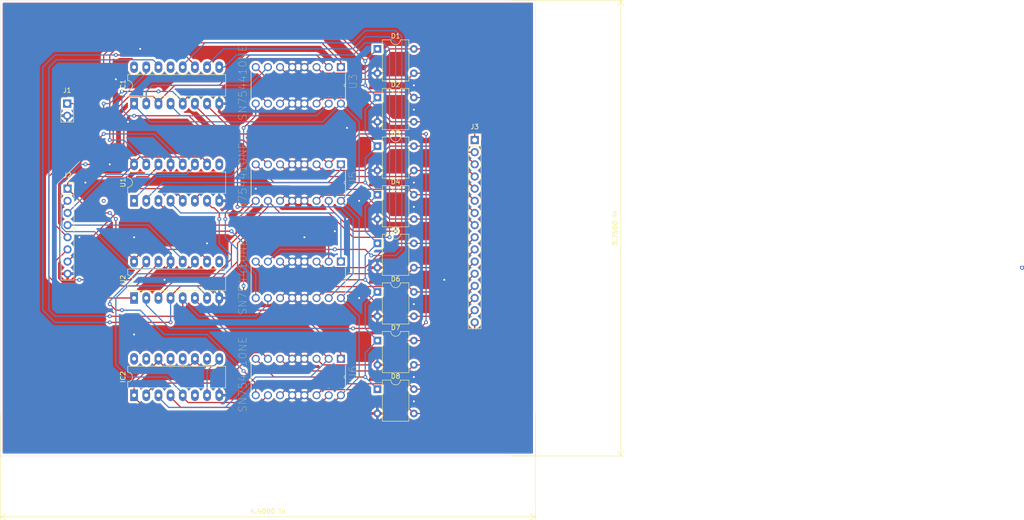
<source format=kicad_pcb>
(kicad_pcb (version 20171130) (host pcbnew "(5.1.0)-1")
  (layers (0 F.Cu signal) (31 B.Cu signal) (34 B.Paste user) (35 F.Paste user) (36 B.SilkS user) (37 F.SilkS user) (38 B.Mask user) (39 F.Mask user) (44 Edge.Cuts user))
  (net 0 "")
  (net 1 VDD)
  (net 2 "Net-(D1-Pad3)")
  (net 3 GND)
  (net 4 "Net-(D1-Pad4)")
  (net 5 "Net-(D2-Pad3)")
  (net 6 "Net-(D2-Pad4)")
  (net 7 "Net-(D3-Pad3)")
  (net 8 "Net-(D3-Pad4)")
  (net 9 "Net-(D4-Pad3)")
  (net 10 "Net-(D4-Pad4)")
  (net 11 "Net-(D5-Pad3)")
  (net 12 "Net-(D5-Pad4)")
  (net 13 "Net-(D6-Pad3)")
  (net 14 "Net-(D6-Pad4)")
  (net 15 "Net-(D7-Pad3)")
  (net 16 "Net-(D7-Pad4)")
  (net 17 "Net-(D8-Pad3)")
  (net 18 "Net-(D8-Pad4)")
  (net 19 "Net-(IC1-Pad16)")
  (net 20 "Net-(IC1-Pad15)")
  (net 21 "Net-(IC1-Pad7)")
  (net 22 "Net-(IC1-Pad14)")
  (net 23 "Net-(IC1-Pad6)")
  (net 24 "Net-(IC1-Pad13)")
  (net 25 "Net-(IC1-Pad5)")
  (net 26 "Net-(IC1-Pad12)")
  (net 27 "Net-(IC1-Pad4)")
  (net 28 "Net-(IC1-Pad11)")
  (net 29 "Net-(IC1-Pad3)")
  (net 30 "Net-(IC1-Pad10)")
  (net 31 "Net-(IC1-Pad2)")
  (net 32 "Net-(IC1-Pad9)")
  (net 33 VCC)
  (net 34 "Net-(IC2-Pad16)")
  (net 35 "Net-(IC2-Pad15)")
  (net 36 "Net-(IC2-Pad6)")
  (net 37 "Net-(IC2-Pad13)")
  (net 38 "Net-(IC2-Pad5)")
  (net 39 "Net-(IC2-Pad12)")
  (net 40 "Net-(IC2-Pad4)")
  (net 41 "Net-(IC2-Pad3)")
  (net 42 "Net-(IC2-Pad10)")
  (net 43 "Net-(IC2-Pad2)")
  (net 44 "Net-(J2-Pad7)")
  (net 45 "Net-(J2-Pad6)")
  (net 46 "Net-(J2-Pad5)")
  (net 47 "Net-(J2-Pad4)")
  (net 48 "Net-(J2-Pad3)")
  (net 49 "Net-(J2-Pad2)")
  (net 50 "Net-(U1-Pad15)")
  (net 51 "Net-(U1-Pad7)")
  (net 52 "Net-(U1-Pad6)")
  (net 53 "Net-(U1-Pad5)")
  (net 54 "Net-(U1-Pad4)")
  (net 55 "Net-(U1-Pad3)")
  (net 56 "Net-(U1-Pad2)")
  (net 57 "Net-(U1-Pad9)")
  (net 58 "Net-(U1-Pad1)")
  (net 59 "Net-(U2-Pad9)")
  (module Diode_THT:Diode_Bridge_DIP-4_W7.62mm_P5.08mm (layer F.Cu) (at 226.06 106.68)
    (fp_text reference D8 (at 3.8 -2.7) (layer F.SilkS))
    (fp_text value D_Bridge_+-AA)
    (pad 1 thru_hole rect (at 0 0) (size 1.6 1.6) (drill 0.8) (layers *.Cu *.Mask) (net 1 VDD))
    (pad 3 thru_hole oval (at 7.62 5.08) (size 1.6 1.6) (drill 0.8) (layers *.Cu *.Mask) (net 17 "Net-(D8-Pad3)"))
    (pad 2 thru_hole oval (at 0 5.08) (size 1.6 1.6) (drill 0.8) (layers *.Cu *.Mask) (net 3 GND))
    (pad 4 thru_hole oval (at 7.62 0) (size 1.6 1.6) (drill 0.8) (layers *.Cu *.Mask) (net 18 "Net-(D8-Pad4)"))
  )
  (module Package_DIP:DIP-16_W7.62mm_LongPads (layer F.Cu) (at 175.26 87.63 90)
    (fp_text reference U2 (at 3.81 -2.33 90) (layer F.SilkS))
    (fp_text value 74HC595)
    (pad 16 thru_hole oval (at 7.62 0 90) (size 2.4 1.6) (drill 0.8) (layers *.Cu *.Mask) (net 33 VCC))
    (pad 8 thru_hole oval (at 0 17.78 90) (size 2.4 1.6) (drill 0.8) (layers *.Cu *.Mask) (net 3 GND))
    (pad 15 thru_hole oval (at 7.62 2.54 90) (size 2.4 1.6) (drill 0.8) (layers *.Cu *.Mask) (net 29 "Net-(IC1-Pad3)"))
    (pad 7 thru_hole oval (at 0 15.24 90) (size 2.4 1.6) (drill 0.8) (layers *.Cu *.Mask) (net 38 "Net-(IC2-Pad5)"))
    (pad 14 thru_hole oval (at 7.62 5.08 90) (size 2.4 1.6) (drill 0.8) (layers *.Cu *.Mask) (net 45 "Net-(J2-Pad6)"))
    (pad 6 thru_hole oval (at 0 12.7 90) (size 2.4 1.6) (drill 0.8) (layers *.Cu *.Mask) (net 41 "Net-(IC2-Pad3)"))
    (pad 13 thru_hole oval (at 7.62 7.62 90) (size 2.4 1.6) (drill 0.8) (layers *.Cu *.Mask) (net 3 GND))
    (pad 5 thru_hole oval (at 0 10.16 90) (size 2.4 1.6) (drill 0.8) (layers *.Cu *.Mask) (net 22 "Net-(IC1-Pad14)"))
    (pad 12 thru_hole oval (at 7.62 10.16 90) (size 2.4 1.6) (drill 0.8) (layers *.Cu *.Mask) (net 47 "Net-(J2-Pad4)"))
    (pad 4 thru_hole oval (at 0 7.62 90) (size 2.4 1.6) (drill 0.8) (layers *.Cu *.Mask) (net 28 "Net-(IC1-Pad11)"))
    (pad 11 thru_hole oval (at 7.62 12.7 90) (size 2.4 1.6) (drill 0.8) (layers *.Cu *.Mask) (net 49 "Net-(J2-Pad2)"))
    (pad 3 thru_hole oval (at 0 5.08 90) (size 2.4 1.6) (drill 0.8) (layers *.Cu *.Mask) (net 32 "Net-(IC1-Pad9)"))
    (pad 10 thru_hole oval (at 7.62 15.24 90) (size 2.4 1.6) (drill 0.8) (layers *.Cu *.Mask) (net 33 VCC))
    (pad 2 thru_hole oval (at 0 2.54 90) (size 2.4 1.6) (drill 0.8) (layers *.Cu *.Mask) (net 21 "Net-(IC1-Pad7)"))
    (pad 9 thru_hole oval (at 7.62 17.78 90) (size 2.4 1.6) (drill 0.8) (layers *.Cu *.Mask) (net 59 "Net-(U2-Pad9)"))
    (pad 1 thru_hole rect (at 0 0 90) (size 2.4 1.6) (drill 0.8) (layers *.Cu *.Mask) (net 25 "Net-(IC1-Pad5)"))
  )
  (module Package_DIP:DIP-16_W7.62mm_LongPads (layer F.Cu) (at 175.26 67.31 90)
    (fp_text reference U1 (at 3.81 -2.33 90) (layer F.SilkS))
    (fp_text value 74HC595)
    (pad 16 thru_hole oval (at 7.62 0 90) (size 2.4 1.6) (drill 0.8) (layers *.Cu *.Mask) (net 33 VCC))
    (pad 8 thru_hole oval (at 0 17.78 90) (size 2.4 1.6) (drill 0.8) (layers *.Cu *.Mask) (net 3 GND))
    (pad 15 thru_hole oval (at 7.62 2.54 90) (size 2.4 1.6) (drill 0.8) (layers *.Cu *.Mask) (net 50 "Net-(U1-Pad15)"))
    (pad 7 thru_hole oval (at 0 15.24 90) (size 2.4 1.6) (drill 0.8) (layers *.Cu *.Mask) (net 51 "Net-(U1-Pad7)"))
    (pad 14 thru_hole oval (at 7.62 5.08 90) (size 2.4 1.6) (drill 0.8) (layers *.Cu *.Mask) (net 44 "Net-(J2-Pad7)"))
    (pad 6 thru_hole oval (at 0 12.7 90) (size 2.4 1.6) (drill 0.8) (layers *.Cu *.Mask) (net 52 "Net-(U1-Pad6)"))
    (pad 13 thru_hole oval (at 7.62 7.62 90) (size 2.4 1.6) (drill 0.8) (layers *.Cu *.Mask) (net 3 GND))
    (pad 5 thru_hole oval (at 0 10.16 90) (size 2.4 1.6) (drill 0.8) (layers *.Cu *.Mask) (net 53 "Net-(U1-Pad5)"))
    (pad 12 thru_hole oval (at 7.62 10.16 90) (size 2.4 1.6) (drill 0.8) (layers *.Cu *.Mask) (net 46 "Net-(J2-Pad5)"))
    (pad 4 thru_hole oval (at 0 7.62 90) (size 2.4 1.6) (drill 0.8) (layers *.Cu *.Mask) (net 54 "Net-(U1-Pad4)"))
    (pad 11 thru_hole oval (at 7.62 12.7 90) (size 2.4 1.6) (drill 0.8) (layers *.Cu *.Mask) (net 48 "Net-(J2-Pad3)"))
    (pad 3 thru_hole oval (at 0 5.08 90) (size 2.4 1.6) (drill 0.8) (layers *.Cu *.Mask) (net 55 "Net-(U1-Pad3)"))
    (pad 10 thru_hole oval (at 7.62 15.24 90) (size 2.4 1.6) (drill 0.8) (layers *.Cu *.Mask) (net 33 VCC))
    (pad 2 thru_hole oval (at 0 2.54 90) (size 2.4 1.6) (drill 0.8) (layers *.Cu *.Mask) (net 56 "Net-(U1-Pad2)"))
    (pad 9 thru_hole oval (at 7.62 17.78 90) (size 2.4 1.6) (drill 0.8) (layers *.Cu *.Mask) (net 57 "Net-(U1-Pad9)"))
    (pad 1 thru_hole rect (at 0 0 90) (size 2.4 1.6) (drill 0.8) (layers *.Cu *.Mask) (net 58 "Net-(U1-Pad1)"))
  )
  (module Connector_PinSocket_2.54mm:PinSocket_1x16_P2.54mm_Vertical (layer F.Cu) (at 246.38 54.61)
    (fp_text reference J3 (at 0 -2.77) (layer F.SilkS))
    (fp_text value Conn_01x16_Female)
    (pad 16 thru_hole oval (at 0 38.1) (size 1.7 1.7) (drill 1) (layers *.Cu *.Mask) (net 17 "Net-(D8-Pad3)"))
    (pad 15 thru_hole oval (at 0 35.56) (size 1.7 1.7) (drill 1) (layers *.Cu *.Mask) (net 18 "Net-(D8-Pad4)"))
    (pad 14 thru_hole oval (at 0 33.02) (size 1.7 1.7) (drill 1) (layers *.Cu *.Mask) (net 15 "Net-(D7-Pad3)"))
    (pad 13 thru_hole oval (at 0 30.48) (size 1.7 1.7) (drill 1) (layers *.Cu *.Mask) (net 16 "Net-(D7-Pad4)"))
    (pad 12 thru_hole oval (at 0 27.94) (size 1.7 1.7) (drill 1) (layers *.Cu *.Mask) (net 13 "Net-(D6-Pad3)"))
    (pad 11 thru_hole oval (at 0 25.4) (size 1.7 1.7) (drill 1) (layers *.Cu *.Mask) (net 14 "Net-(D6-Pad4)"))
    (pad 10 thru_hole oval (at 0 22.86) (size 1.7 1.7) (drill 1) (layers *.Cu *.Mask) (net 11 "Net-(D5-Pad3)"))
    (pad 9 thru_hole oval (at 0 20.32) (size 1.7 1.7) (drill 1) (layers *.Cu *.Mask) (net 12 "Net-(D5-Pad4)"))
    (pad 8 thru_hole oval (at 0 17.78) (size 1.7 1.7) (drill 1) (layers *.Cu *.Mask) (net 9 "Net-(D4-Pad3)"))
    (pad 7 thru_hole oval (at 0 15.24) (size 1.7 1.7) (drill 1) (layers *.Cu *.Mask) (net 10 "Net-(D4-Pad4)"))
    (pad 6 thru_hole oval (at 0 12.7) (size 1.7 1.7) (drill 1) (layers *.Cu *.Mask) (net 7 "Net-(D3-Pad3)"))
    (pad 5 thru_hole oval (at 0 10.16) (size 1.7 1.7) (drill 1) (layers *.Cu *.Mask) (net 8 "Net-(D3-Pad4)"))
    (pad 4 thru_hole oval (at 0 7.62) (size 1.7 1.7) (drill 1) (layers *.Cu *.Mask) (net 5 "Net-(D2-Pad3)"))
    (pad 3 thru_hole oval (at 0 5.08) (size 1.7 1.7) (drill 1) (layers *.Cu *.Mask) (net 6 "Net-(D2-Pad4)"))
    (pad 2 thru_hole oval (at 0 2.54) (size 1.7 1.7) (drill 1) (layers *.Cu *.Mask) (net 2 "Net-(D1-Pad3)"))
    (pad 1 thru_hole rect (at 0 0) (size 1.7 1.7) (drill 1) (layers *.Cu *.Mask) (net 4 "Net-(D1-Pad4)"))
  )
  (module Connector_PinSocket_2.54mm:PinSocket_1x08_P2.54mm_Vertical (layer F.Cu) (at 161.365001 64.77)
    (fp_text reference J2 (at 0 -2.77) (layer F.SilkS))
    (fp_text value Conn_01x08_Male)
    (pad 8 thru_hole oval (at 0 17.78) (size 1.7 1.7) (drill 1) (layers *.Cu *.Mask) (net 3 GND))
    (pad 7 thru_hole oval (at 0 15.24) (size 1.7 1.7) (drill 1) (layers *.Cu *.Mask) (net 44 "Net-(J2-Pad7)"))
    (pad 6 thru_hole oval (at 0 12.7) (size 1.7 1.7) (drill 1) (layers *.Cu *.Mask) (net 45 "Net-(J2-Pad6)"))
    (pad 5 thru_hole oval (at 0 10.16) (size 1.7 1.7) (drill 1) (layers *.Cu *.Mask) (net 46 "Net-(J2-Pad5)"))
    (pad 4 thru_hole oval (at 0 7.62) (size 1.7 1.7) (drill 1) (layers *.Cu *.Mask) (net 47 "Net-(J2-Pad4)"))
    (pad 3 thru_hole oval (at 0 5.08) (size 1.7 1.7) (drill 1) (layers *.Cu *.Mask) (net 48 "Net-(J2-Pad3)"))
    (pad 2 thru_hole oval (at 0 2.54) (size 1.7 1.7) (drill 1) (layers *.Cu *.Mask) (net 49 "Net-(J2-Pad2)"))
    (pad 1 thru_hole rect (at 0 0) (size 1.7 1.7) (drill 1) (layers *.Cu *.Mask) (net 33 VCC))
  )
  (module Connector_PinSocket_2.54mm:PinSocket_1x02_P2.54mm_Vertical (layer F.Cu) (at 161.29 46.99)
    (fp_text reference J1 (at 0 -2.77) (layer F.SilkS))
    (fp_text value Conn_01x02_Male)
    (pad 2 thru_hole oval (at 0 2.54) (size 1.7 1.7) (drill 1) (layers *.Cu *.Mask) (net 3 GND))
    (pad 1 thru_hole rect (at 0 0) (size 1.7 1.7) (drill 1) (layers *.Cu *.Mask) (net 1 VDD))
  )
  (module Package_DIP:DIP-16_W7.62mm_LongPads (layer F.Cu) (at 175.26 107.95 90)
    (fp_text reference IC2 (at 3.81 -2.33 90) (layer F.SilkS))
    (fp_text value CD4049UBE)
    (pad 16 thru_hole oval (at 7.62 0 90) (size 2.4 1.6) (drill 0.8) (layers *.Cu *.Mask) (net 34 "Net-(IC2-Pad16)"))
    (pad 8 thru_hole oval (at 0 17.78 90) (size 2.4 1.6) (drill 0.8) (layers *.Cu *.Mask) (net 3 GND))
    (pad 15 thru_hole oval (at 7.62 2.54 90) (size 2.4 1.6) (drill 0.8) (layers *.Cu *.Mask) (net 35 "Net-(IC2-Pad15)"))
    (pad 7 thru_hole oval (at 0 15.24 90) (size 2.4 1.6) (drill 0.8) (layers *.Cu *.Mask) (net 33 VCC))
    (pad 14 thru_hole oval (at 7.62 5.08 90) (size 2.4 1.6) (drill 0.8) (layers *.Cu *.Mask) (net 33 VCC))
    (pad 6 thru_hole oval (at 0 12.7 90) (size 2.4 1.6) (drill 0.8) (layers *.Cu *.Mask) (net 36 "Net-(IC2-Pad6)"))
    (pad 13 thru_hole oval (at 7.62 7.62 90) (size 2.4 1.6) (drill 0.8) (layers *.Cu *.Mask) (net 37 "Net-(IC2-Pad13)"))
    (pad 5 thru_hole oval (at 0 10.16 90) (size 2.4 1.6) (drill 0.8) (layers *.Cu *.Mask) (net 38 "Net-(IC2-Pad5)"))
    (pad 12 thru_hole oval (at 7.62 10.16 90) (size 2.4 1.6) (drill 0.8) (layers *.Cu *.Mask) (net 39 "Net-(IC2-Pad12)"))
    (pad 4 thru_hole oval (at 0 7.62 90) (size 2.4 1.6) (drill 0.8) (layers *.Cu *.Mask) (net 40 "Net-(IC2-Pad4)"))
    (pad 11 thru_hole oval (at 7.62 12.7 90) (size 2.4 1.6) (drill 0.8) (layers *.Cu *.Mask) (net 33 VCC))
    (pad 3 thru_hole oval (at 0 5.08 90) (size 2.4 1.6) (drill 0.8) (layers *.Cu *.Mask) (net 41 "Net-(IC2-Pad3)"))
    (pad 10 thru_hole oval (at 7.62 15.24 90) (size 2.4 1.6) (drill 0.8) (layers *.Cu *.Mask) (net 42 "Net-(IC2-Pad10)"))
    (pad 2 thru_hole oval (at 0 2.54 90) (size 2.4 1.6) (drill 0.8) (layers *.Cu *.Mask) (net 43 "Net-(IC2-Pad2)"))
    (pad 9 thru_hole oval (at 7.62 17.78 90) (size 2.4 1.6) (drill 0.8) (layers *.Cu *.Mask) (net 33 VCC))
    (pad 1 thru_hole rect (at 0 0 90) (size 2.4 1.6) (drill 0.8) (layers *.Cu *.Mask) (net 33 VCC))
  )
  (module Package_DIP:DIP-16_W7.62mm_LongPads (layer F.Cu) (at 175.26 46.99 90)
    (fp_text reference IC1 (at 3.81 -2.33 90) (layer F.SilkS))
    (fp_text value CD4049UBE)
    (pad 16 thru_hole oval (at 7.62 0 90) (size 2.4 1.6) (drill 0.8) (layers *.Cu *.Mask) (net 19 "Net-(IC1-Pad16)"))
    (pad 8 thru_hole oval (at 0 17.78 90) (size 2.4 1.6) (drill 0.8) (layers *.Cu *.Mask) (net 3 GND))
    (pad 15 thru_hole oval (at 7.62 2.54 90) (size 2.4 1.6) (drill 0.8) (layers *.Cu *.Mask) (net 20 "Net-(IC1-Pad15)"))
    (pad 7 thru_hole oval (at 0 15.24 90) (size 2.4 1.6) (drill 0.8) (layers *.Cu *.Mask) (net 21 "Net-(IC1-Pad7)"))
    (pad 14 thru_hole oval (at 7.62 5.08 90) (size 2.4 1.6) (drill 0.8) (layers *.Cu *.Mask) (net 22 "Net-(IC1-Pad14)"))
    (pad 6 thru_hole oval (at 0 12.7 90) (size 2.4 1.6) (drill 0.8) (layers *.Cu *.Mask) (net 23 "Net-(IC1-Pad6)"))
    (pad 13 thru_hole oval (at 7.62 7.62 90) (size 2.4 1.6) (drill 0.8) (layers *.Cu *.Mask) (net 24 "Net-(IC1-Pad13)"))
    (pad 5 thru_hole oval (at 0 10.16 90) (size 2.4 1.6) (drill 0.8) (layers *.Cu *.Mask) (net 25 "Net-(IC1-Pad5)"))
    (pad 12 thru_hole oval (at 7.62 10.16 90) (size 2.4 1.6) (drill 0.8) (layers *.Cu *.Mask) (net 26 "Net-(IC1-Pad12)"))
    (pad 4 thru_hole oval (at 0 7.62 90) (size 2.4 1.6) (drill 0.8) (layers *.Cu *.Mask) (net 27 "Net-(IC1-Pad4)"))
    (pad 11 thru_hole oval (at 7.62 12.7 90) (size 2.4 1.6) (drill 0.8) (layers *.Cu *.Mask) (net 28 "Net-(IC1-Pad11)"))
    (pad 3 thru_hole oval (at 0 5.08 90) (size 2.4 1.6) (drill 0.8) (layers *.Cu *.Mask) (net 29 "Net-(IC1-Pad3)"))
    (pad 10 thru_hole oval (at 7.62 15.24 90) (size 2.4 1.6) (drill 0.8) (layers *.Cu *.Mask) (net 30 "Net-(IC1-Pad10)"))
    (pad 2 thru_hole oval (at 0 2.54 90) (size 2.4 1.6) (drill 0.8) (layers *.Cu *.Mask) (net 31 "Net-(IC1-Pad2)"))
    (pad 9 thru_hole oval (at 7.62 17.78 90) (size 2.4 1.6) (drill 0.8) (layers *.Cu *.Mask) (net 32 "Net-(IC1-Pad9)"))
    (pad 1 thru_hole rect (at 0 0 90) (size 2.4 1.6) (drill 0.8) (layers *.Cu *.Mask) (net 33 VCC))
  )
  (module Diode_THT:Diode_Bridge_DIP-4_W7.62mm_P5.08mm (layer F.Cu) (at 226.06 96.52)
    (fp_text reference D7 (at 3.8 -2.7) (layer F.SilkS))
    (fp_text value D_Bridge_+-AA)
    (pad 1 thru_hole rect (at 0 0) (size 1.6 1.6) (drill 0.8) (layers *.Cu *.Mask) (net 1 VDD))
    (pad 3 thru_hole oval (at 7.62 5.08) (size 1.6 1.6) (drill 0.8) (layers *.Cu *.Mask) (net 15 "Net-(D7-Pad3)"))
    (pad 2 thru_hole oval (at 0 5.08) (size 1.6 1.6) (drill 0.8) (layers *.Cu *.Mask) (net 3 GND))
    (pad 4 thru_hole oval (at 7.62 0) (size 1.6 1.6) (drill 0.8) (layers *.Cu *.Mask) (net 16 "Net-(D7-Pad4)"))
  )
  (module Diode_THT:Diode_Bridge_DIP-4_W7.62mm_P5.08mm (layer F.Cu) (at 226.06 86.36)
    (fp_text reference D6 (at 3.8 -2.7) (layer F.SilkS))
    (fp_text value D_Bridge_+-AA)
    (pad 1 thru_hole rect (at 0 0) (size 1.6 1.6) (drill 0.8) (layers *.Cu *.Mask) (net 1 VDD))
    (pad 3 thru_hole oval (at 7.62 5.08) (size 1.6 1.6) (drill 0.8) (layers *.Cu *.Mask) (net 13 "Net-(D6-Pad3)"))
    (pad 2 thru_hole oval (at 0 5.08) (size 1.6 1.6) (drill 0.8) (layers *.Cu *.Mask) (net 3 GND))
    (pad 4 thru_hole oval (at 7.62 0) (size 1.6 1.6) (drill 0.8) (layers *.Cu *.Mask) (net 14 "Net-(D6-Pad4)"))
  )
  (module Diode_THT:Diode_Bridge_DIP-4_W7.62mm_P5.08mm (layer F.Cu) (at 226.06 76.2)
    (fp_text reference D5 (at 3.8 -2.7) (layer F.SilkS))
    (fp_text value D_Bridge_+-AA)
    (pad 1 thru_hole rect (at 0 0) (size 1.6 1.6) (drill 0.8) (layers *.Cu *.Mask) (net 1 VDD))
    (pad 3 thru_hole oval (at 7.62 5.08) (size 1.6 1.6) (drill 0.8) (layers *.Cu *.Mask) (net 11 "Net-(D5-Pad3)"))
    (pad 2 thru_hole oval (at 0 5.08) (size 1.6 1.6) (drill 0.8) (layers *.Cu *.Mask) (net 3 GND))
    (pad 4 thru_hole oval (at 7.62 0) (size 1.6 1.6) (drill 0.8) (layers *.Cu *.Mask) (net 12 "Net-(D5-Pad4)"))
  )
  (module Diode_THT:Diode_Bridge_DIP-4_W7.62mm_P5.08mm (layer F.Cu) (at 226.06 66.04)
    (fp_text reference D4 (at 3.8 -2.7) (layer F.SilkS))
    (fp_text value D_Bridge_+-AA)
    (pad 1 thru_hole rect (at 0 0) (size 1.6 1.6) (drill 0.8) (layers *.Cu *.Mask) (net 1 VDD))
    (pad 3 thru_hole oval (at 7.62 5.08) (size 1.6 1.6) (drill 0.8) (layers *.Cu *.Mask) (net 9 "Net-(D4-Pad3)"))
    (pad 2 thru_hole oval (at 0 5.08) (size 1.6 1.6) (drill 0.8) (layers *.Cu *.Mask) (net 3 GND))
    (pad 4 thru_hole oval (at 7.62 0) (size 1.6 1.6) (drill 0.8) (layers *.Cu *.Mask) (net 10 "Net-(D4-Pad4)"))
  )
  (module Diode_THT:Diode_Bridge_DIP-4_W7.62mm_P5.08mm (layer F.Cu) (at 226.06 55.88)
    (fp_text reference D3 (at 3.8 -2.7) (layer F.SilkS))
    (fp_text value D_Bridge_+-AA)
    (pad 1 thru_hole rect (at 0 0) (size 1.6 1.6) (drill 0.8) (layers *.Cu *.Mask) (net 1 VDD))
    (pad 3 thru_hole oval (at 7.62 5.08) (size 1.6 1.6) (drill 0.8) (layers *.Cu *.Mask) (net 7 "Net-(D3-Pad3)"))
    (pad 2 thru_hole oval (at 0 5.08) (size 1.6 1.6) (drill 0.8) (layers *.Cu *.Mask) (net 3 GND))
    (pad 4 thru_hole oval (at 7.62 0) (size 1.6 1.6) (drill 0.8) (layers *.Cu *.Mask) (net 8 "Net-(D3-Pad4)"))
  )
  (module Diode_THT:Diode_Bridge_DIP-4_W7.62mm_P5.08mm (layer F.Cu) (at 226.06 45.72)
    (fp_text reference D2 (at 3.8 -2.7) (layer F.SilkS))
    (fp_text value D_Bridge_+-AA)
    (pad 1 thru_hole rect (at 0 0) (size 1.6 1.6) (drill 0.8) (layers *.Cu *.Mask) (net 1 VDD))
    (pad 3 thru_hole oval (at 7.62 5.08) (size 1.6 1.6) (drill 0.8) (layers *.Cu *.Mask) (net 5 "Net-(D2-Pad3)"))
    (pad 2 thru_hole oval (at 0 5.08) (size 1.6 1.6) (drill 0.8) (layers *.Cu *.Mask) (net 3 GND))
    (pad 4 thru_hole oval (at 7.62 0) (size 1.6 1.6) (drill 0.8) (layers *.Cu *.Mask) (net 6 "Net-(D2-Pad4)"))
  )
  (module Diode_THT:Diode_Bridge_DIP-4_W7.62mm_P5.08mm (layer F.Cu) (at 226.06 35.56)
    (fp_text reference D1 (at 3.8 -2.7) (layer F.SilkS))
    (fp_text value D_Bridge_+-AA)
    (pad 1 thru_hole rect (at 0 0) (size 1.6 1.6) (drill 0.8) (layers *.Cu *.Mask) (net 1 VDD))
    (pad 3 thru_hole oval (at 7.62 5.08) (size 1.6 1.6) (drill 0.8) (layers *.Cu *.Mask) (net 2 "Net-(D1-Pad3)"))
    (pad 2 thru_hole oval (at 0 5.08) (size 1.6 1.6) (drill 0.8) (layers *.Cu *.Mask) (net 3 GND))
    (pad 4 thru_hole oval (at 7.62 0) (size 1.6 1.6) (drill 0.8) (layers *.Cu *.Mask) (net 4 "Net-(D1-Pad4)"))
  )
  (module CD4017BE:DIP254P762X508-16 (layer F.Cu) (at 200.66 107.95 270)
    (fp_text reference U6 (at -4.57916 -20.3264 270) (layer F.SilkS) (effects (font (size 1.64257 1.64257) (thickness 0.05))))
    (fp_text value SN754410NE (at -4.32193 2.72027 270) (layer F.SilkS) (effects (font (size 1.64149 1.64149) (thickness 0.05))))
    (pad 16 thru_hole circle (at 0 -17.78 270) (size 1.6764 1.6764) (drill 1.1176) (layers *.Cu *.Mask) (net 33 VCC))
    (pad 15 thru_hole circle (at 0 -15.24 270) (size 1.6764 1.6764) (drill 1.1176) (layers *.Cu *.Mask) (net 40 "Net-(IC2-Pad4)"))
    (pad 14 thru_hole circle (at 0 -12.7 270) (size 1.6764 1.6764) (drill 1.1176) (layers *.Cu *.Mask) (net 17 "Net-(D8-Pad3)"))
    (pad 13 thru_hole circle (at 0 -10.16 270) (size 1.6764 1.6764) (drill 1.1176) (layers *.Cu *.Mask) (net 3 GND))
    (pad 12 thru_hole circle (at 0 -7.62 270) (size 1.6764 1.6764) (drill 1.1176) (layers *.Cu *.Mask) (net 3 GND))
    (pad 11 thru_hole circle (at 0 -5.08 270) (size 1.6764 1.6764) (drill 1.1176) (layers *.Cu *.Mask) (net 18 "Net-(D8-Pad4)"))
    (pad 10 thru_hole circle (at 0 -2.54 270) (size 1.6764 1.6764) (drill 1.1176) (layers *.Cu *.Mask) (net 38 "Net-(IC2-Pad5)"))
    (pad 9 thru_hole circle (at 0 0 270) (size 1.6764 1.6764) (drill 1.1176) (layers *.Cu *.Mask) (net 51 "Net-(U1-Pad7)"))
    (pad 8 thru_hole circle (at -7.62 0 270) (size 1.6764 1.6764) (drill 1.1176) (layers *.Cu *.Mask) (net 1 VDD))
    (pad 7 thru_hole circle (at -7.62 -2.54 270) (size 1.6764 1.6764) (drill 1.1176) (layers *.Cu *.Mask) (net 43 "Net-(IC2-Pad2)"))
    (pad 6 thru_hole circle (at -7.62 -5.08 270) (size 1.6764 1.6764) (drill 1.1176) (layers *.Cu *.Mask) (net 15 "Net-(D7-Pad3)"))
    (pad 5 thru_hole circle (at -7.62 -7.62 270) (size 1.6764 1.6764) (drill 1.1176) (layers *.Cu *.Mask) (net 3 GND))
    (pad 4 thru_hole circle (at -7.62 -10.16 270) (size 1.6764 1.6764) (drill 1.1176) (layers *.Cu *.Mask) (net 3 GND))
    (pad 3 thru_hole circle (at -7.62 -12.7 270) (size 1.6764 1.6764) (drill 1.1176) (layers *.Cu *.Mask) (net 16 "Net-(D7-Pad4)"))
    (pad 2 thru_hole circle (at -7.62 -15.24 270) (size 1.6764 1.6764) (drill 1.1176) (layers *.Cu *.Mask) (net 41 "Net-(IC2-Pad3)"))
    (pad 1 thru_hole rect (at -7.62 -17.78 270) (size 1.6764 1.6764) (drill 1.1176) (layers *.Cu *.Mask) (net 52 "Net-(U1-Pad6)"))
  )
  (module CD4017BE:DIP254P762X508-16 (layer F.Cu) (at 200.66 67.31 270)
    (fp_text reference U5 (at -4.57916 -20.3264 270) (layer F.SilkS) (effects (font (size 1.64257 1.64257) (thickness 0.05))))
    (fp_text value SN754410NE (at -4.32193 2.72027 270) (layer F.SilkS) (effects (font (size 1.64149 1.64149) (thickness 0.05))))
    (pad 16 thru_hole circle (at 0 -17.78 270) (size 1.6764 1.6764) (drill 1.1176) (layers *.Cu *.Mask) (net 33 VCC))
    (pad 15 thru_hole circle (at 0 -15.24 270) (size 1.6764 1.6764) (drill 1.1176) (layers *.Cu *.Mask) (net 30 "Net-(IC1-Pad10)"))
    (pad 14 thru_hole circle (at 0 -12.7 270) (size 1.6764 1.6764) (drill 1.1176) (layers *.Cu *.Mask) (net 9 "Net-(D4-Pad3)"))
    (pad 13 thru_hole circle (at 0 -10.16 270) (size 1.6764 1.6764) (drill 1.1176) (layers *.Cu *.Mask) (net 3 GND))
    (pad 12 thru_hole circle (at 0 -7.62 270) (size 1.6764 1.6764) (drill 1.1176) (layers *.Cu *.Mask) (net 3 GND))
    (pad 11 thru_hole circle (at 0 -5.08 270) (size 1.6764 1.6764) (drill 1.1176) (layers *.Cu *.Mask) (net 10 "Net-(D4-Pad4)"))
    (pad 10 thru_hole circle (at 0 -2.54 270) (size 1.6764 1.6764) (drill 1.1176) (layers *.Cu *.Mask) (net 32 "Net-(IC1-Pad9)"))
    (pad 9 thru_hole circle (at 0 0 270) (size 1.6764 1.6764) (drill 1.1176) (layers *.Cu *.Mask) (net 55 "Net-(U1-Pad3)"))
    (pad 8 thru_hole circle (at -7.62 0 270) (size 1.6764 1.6764) (drill 1.1176) (layers *.Cu *.Mask) (net 1 VDD))
    (pad 7 thru_hole circle (at -7.62 -2.54 270) (size 1.6764 1.6764) (drill 1.1176) (layers *.Cu *.Mask) (net 23 "Net-(IC1-Pad6)"))
    (pad 6 thru_hole circle (at -7.62 -5.08 270) (size 1.6764 1.6764) (drill 1.1176) (layers *.Cu *.Mask) (net 7 "Net-(D3-Pad3)"))
    (pad 5 thru_hole circle (at -7.62 -7.62 270) (size 1.6764 1.6764) (drill 1.1176) (layers *.Cu *.Mask) (net 3 GND))
    (pad 4 thru_hole circle (at -7.62 -10.16 270) (size 1.6764 1.6764) (drill 1.1176) (layers *.Cu *.Mask) (net 3 GND))
    (pad 3 thru_hole circle (at -7.62 -12.7 270) (size 1.6764 1.6764) (drill 1.1176) (layers *.Cu *.Mask) (net 8 "Net-(D3-Pad4)"))
    (pad 2 thru_hole circle (at -7.62 -15.24 270) (size 1.6764 1.6764) (drill 1.1176) (layers *.Cu *.Mask) (net 21 "Net-(IC1-Pad7)"))
    (pad 1 thru_hole rect (at -7.62 -17.78 270) (size 1.6764 1.6764) (drill 1.1176) (layers *.Cu *.Mask) (net 56 "Net-(U1-Pad2)"))
  )
  (module CD4017BE:DIP254P762X508-16 (layer F.Cu) (at 200.66 87.63 270)
    (fp_text reference U4 (at -4.57916 -20.3264 270) (layer F.SilkS) (effects (font (size 1.64257 1.64257) (thickness 0.05))))
    (fp_text value SN754410NE (at -4.32193 2.72027 270) (layer F.SilkS) (effects (font (size 1.64149 1.64149) (thickness 0.05))))
    (pad 16 thru_hole circle (at 0 -17.78 270) (size 1.6764 1.6764) (drill 1.1176) (layers *.Cu *.Mask) (net 33 VCC))
    (pad 15 thru_hole circle (at 0 -15.24 270) (size 1.6764 1.6764) (drill 1.1176) (layers *.Cu *.Mask) (net 20 "Net-(IC1-Pad15)"))
    (pad 14 thru_hole circle (at 0 -12.7 270) (size 1.6764 1.6764) (drill 1.1176) (layers *.Cu *.Mask) (net 13 "Net-(D6-Pad3)"))
    (pad 13 thru_hole circle (at 0 -10.16 270) (size 1.6764 1.6764) (drill 1.1176) (layers *.Cu *.Mask) (net 3 GND))
    (pad 12 thru_hole circle (at 0 -7.62 270) (size 1.6764 1.6764) (drill 1.1176) (layers *.Cu *.Mask) (net 3 GND))
    (pad 11 thru_hole circle (at 0 -5.08 270) (size 1.6764 1.6764) (drill 1.1176) (layers *.Cu *.Mask) (net 14 "Net-(D6-Pad4)"))
    (pad 10 thru_hole circle (at 0 -2.54 270) (size 1.6764 1.6764) (drill 1.1176) (layers *.Cu *.Mask) (net 22 "Net-(IC1-Pad14)"))
    (pad 9 thru_hole circle (at 0 0 270) (size 1.6764 1.6764) (drill 1.1176) (layers *.Cu *.Mask) (net 53 "Net-(U1-Pad5)"))
    (pad 8 thru_hole circle (at -7.62 0 270) (size 1.6764 1.6764) (drill 1.1176) (layers *.Cu *.Mask) (net 1 VDD))
    (pad 7 thru_hole circle (at -7.62 -2.54 270) (size 1.6764 1.6764) (drill 1.1176) (layers *.Cu *.Mask) (net 26 "Net-(IC1-Pad12)"))
    (pad 6 thru_hole circle (at -7.62 -5.08 270) (size 1.6764 1.6764) (drill 1.1176) (layers *.Cu *.Mask) (net 11 "Net-(D5-Pad3)"))
    (pad 5 thru_hole circle (at -7.62 -7.62 270) (size 1.6764 1.6764) (drill 1.1176) (layers *.Cu *.Mask) (net 3 GND))
    (pad 4 thru_hole circle (at -7.62 -10.16 270) (size 1.6764 1.6764) (drill 1.1176) (layers *.Cu *.Mask) (net 3 GND))
    (pad 3 thru_hole circle (at -7.62 -12.7 270) (size 1.6764 1.6764) (drill 1.1176) (layers *.Cu *.Mask) (net 12 "Net-(D5-Pad4)"))
    (pad 2 thru_hole circle (at -7.62 -15.24 270) (size 1.6764 1.6764) (drill 1.1176) (layers *.Cu *.Mask) (net 28 "Net-(IC1-Pad11)"))
    (pad 1 thru_hole rect (at -7.62 -17.78 270) (size 1.6764 1.6764) (drill 1.1176) (layers *.Cu *.Mask) (net 54 "Net-(U1-Pad4)"))
  )
  (module CD4017BE:DIP254P762X508-16 (layer F.Cu) (at 200.66 46.99 270)
    (fp_text reference U3 (at -4.57916 -20.3264 270) (layer F.SilkS) (effects (font (size 1.64257 1.64257) (thickness 0.05))))
    (fp_text value SN754410NE (at -4.32193 2.72027 270) (layer F.SilkS) (effects (font (size 1.64149 1.64149) (thickness 0.05))))
    (pad 16 thru_hole circle (at 0 -17.78 270) (size 1.6764 1.6764) (drill 1.1176) (layers *.Cu *.Mask) (net 33 VCC))
    (pad 15 thru_hole circle (at 0 -15.24 270) (size 1.6764 1.6764) (drill 1.1176) (layers *.Cu *.Mask) (net 27 "Net-(IC1-Pad4)"))
    (pad 14 thru_hole circle (at 0 -12.7 270) (size 1.6764 1.6764) (drill 1.1176) (layers *.Cu *.Mask) (net 5 "Net-(D2-Pad3)"))
    (pad 13 thru_hole circle (at 0 -10.16 270) (size 1.6764 1.6764) (drill 1.1176) (layers *.Cu *.Mask) (net 3 GND))
    (pad 12 thru_hole circle (at 0 -7.62 270) (size 1.6764 1.6764) (drill 1.1176) (layers *.Cu *.Mask) (net 3 GND))
    (pad 11 thru_hole circle (at 0 -5.08 270) (size 1.6764 1.6764) (drill 1.1176) (layers *.Cu *.Mask) (net 6 "Net-(D2-Pad4)"))
    (pad 10 thru_hole circle (at 0 -2.54 270) (size 1.6764 1.6764) (drill 1.1176) (layers *.Cu *.Mask) (net 25 "Net-(IC1-Pad5)"))
    (pad 9 thru_hole circle (at 0 0 270) (size 1.6764 1.6764) (drill 1.1176) (layers *.Cu *.Mask) (net 58 "Net-(U1-Pad1)"))
    (pad 8 thru_hole circle (at -7.62 0 270) (size 1.6764 1.6764) (drill 1.1176) (layers *.Cu *.Mask) (net 1 VDD))
    (pad 7 thru_hole circle (at -7.62 -2.54 270) (size 1.6764 1.6764) (drill 1.1176) (layers *.Cu *.Mask) (net 31 "Net-(IC1-Pad2)"))
    (pad 6 thru_hole circle (at -7.62 -5.08 270) (size 1.6764 1.6764) (drill 1.1176) (layers *.Cu *.Mask) (net 2 "Net-(D1-Pad3)"))
    (pad 5 thru_hole circle (at -7.62 -7.62 270) (size 1.6764 1.6764) (drill 1.1176) (layers *.Cu *.Mask) (net 3 GND))
    (pad 4 thru_hole circle (at -7.62 -10.16 270) (size 1.6764 1.6764) (drill 1.1176) (layers *.Cu *.Mask) (net 3 GND))
    (pad 3 thru_hole circle (at -7.62 -12.7 270) (size 1.6764 1.6764) (drill 1.1176) (layers *.Cu *.Mask) (net 4 "Net-(D1-Pad4)"))
    (pad 2 thru_hole circle (at -7.62 -15.24 270) (size 1.6764 1.6764) (drill 1.1176) (layers *.Cu *.Mask) (net 29 "Net-(IC1-Pad3)"))
    (pad 1 thru_hole rect (at -7.62 -17.78 270) (size 1.6764 1.6764) (drill 1.1176) (layers *.Cu *.Mask) (net 50 "Net-(U1-Pad15)"))
  )
  (dimension 111.76 (width 0.12) (layer F.SilkS) (gr_text "111.760 mm" (at 203.2 134.619999) (layer F.SilkS) (effects (font (size 1 1) (thickness 0.15)))) (feature1 (pts (xy 259.08 111.76) (xy 259.08 133.93642))) (feature2 (pts (xy 147.32 111.76) (xy 147.32 133.93642))) (crossbar (pts (xy 147.32 133.349999) (xy 259.08 133.349999))) (arrow1a (pts (xy 259.08 133.349999) (xy 257.953496 133.93642))) (arrow1b (pts (xy 259.08 133.349999) (xy 257.953496 132.763578))) (arrow2a (pts (xy 147.32 133.349999) (xy 148.446504 133.93642))) (arrow2b (pts (xy 147.32 133.349999) (xy 148.446504 132.763578))))
  (dimension 95.25 (width 0.12) (layer F.SilkS) (gr_text "95.250 mm" (at 278.13 73.025 270) (layer F.SilkS) (effects (font (size 1 1) (thickness 0.15)))) (feature1 (pts (xy 254 120.65) (xy 277.446421 120.65))) (feature2 (pts (xy 254 25.4) (xy 277.446421 25.4))) (crossbar (pts (xy 276.86 25.4) (xy 276.86 120.65))) (arrow1a (pts (xy 276.86 120.65) (xy 276.273579 119.523496))) (arrow1b (pts (xy 276.86 120.65) (xy 277.446421 119.523496))) (arrow2a (pts (xy 276.86 25.4) (xy 276.273579 26.526504))) (arrow2b (pts (xy 276.86 25.4) (xy 277.446421 26.526504))))
  (gr_line (start 259.08 25.4) (end 259.08 39.37) (layer Edge.Cuts) (width 0.05))
  (gr_line (start 147.32 25.4) (end 259.08 25.4) (layer Edge.Cuts) (width 0.05))
  (gr_line (start 147.32 120.65) (end 147.32 25.4) (layer Edge.Cuts) (width 0.05))
  (gr_line (start 259.08 120.65) (end 147.32 120.65) (layer Edge.Cuts) (width 0.05))
  (gr_line (start 259.08 39.37) (end 259.08 120.65) (layer Edge.Cuts) (width 0.05))
  (via (at 360.68 81.28) (size 0.8) (drill 0.4) (layers F.Cu B.Cu) (net 0))
  (via (at 360.68 81.28) (size 0.8) (drill 0.4) (layers F.Cu B.Cu) (net 0))
  (via (at 360.68 81.28) (size 0.8) (drill 0.4) (layers F.Cu B.Cu) (net 0))
  (via (at 360.68 81.28) (size 0.8) (drill 0.4) (layers F.Cu B.Cu) (net 0))
  (via (at 360.68 81.28) (size 0.8) (drill 0.4) (layers F.Cu B.Cu) (net 0))
  (via (at 360.68 81.28) (size 0.8) (drill 0.4) (layers F.Cu B.Cu) (net 0))
  (via (at 360.68 81.28) (size 0.8) (drill 0.4) (layers F.Cu B.Cu) (net 0))
  (via (at 360.68 81.28) (size 0.8) (drill 0.4) (layers F.Cu B.Cu) (net 0))
  (via (at 360.68 81.28) (size 0.8) (drill 0.4) (layers F.Cu B.Cu) (net 0))
  (via (at 360.68 81.28) (size 0.8) (drill 0.4) (layers F.Cu B.Cu) (net 0))
  (via (at 360.68 81.28) (size 0.8) (drill 0.4) (layers F.Cu B.Cu) (net 0))
  (via (at 360.68 81.28) (size 0.8) (drill 0.4) (layers F.Cu B.Cu) (net 0))
  (via (at 360.68 81.28) (size 0.8) (drill 0.4) (layers F.Cu B.Cu) (net 0))
  (via (at 360.68 81.28) (size 0.8) (drill 0.4) (layers F.Cu B.Cu) (net 0))
  (via (at 360.68 81.28) (size 0.8) (drill 0.4) (layers F.Cu B.Cu) (net 0))
  (via (at 360.68 81.28) (size 0.8) (drill 0.4) (layers F.Cu B.Cu) (net 0))
  (via (at 360.68 81.28) (size 0.8) (drill 0.4) (layers F.Cu B.Cu) (net 0))
  (via (at 168.91 67.31) (size 0.8) (drill 0.4) (layers F.Cu B.Cu) (net 0))
  (segment (start 226.06 106.68) (end 223.52 104.14) (width 0.25) (layer B.Cu) (net 1))
  (segment (start 223.52 104.14) (end 223.52 99.06) (width 0.25) (layer B.Cu) (net 1))
  (segment (start 223.52 99.06) (end 226.06 96.52) (width 0.25) (layer B.Cu) (net 1))
  (segment (start 226.06 96.52) (end 223.52 93.98) (width 0.25) (layer B.Cu) (net 1))
  (segment (start 223.52 93.98) (end 223.52 88.9) (width 0.25) (layer B.Cu) (net 1))
  (segment (start 223.52 88.9) (end 226.06 86.36) (width 0.25) (layer B.Cu) (net 1))
  (segment (start 223.52 78.74) (end 226.06 76.2) (width 0.25) (layer B.Cu) (net 1))
  (segment (start 226.06 86.36) (end 223.52 83.82) (width 0.25) (layer B.Cu) (net 1))
  (segment (start 223.52 83.82) (end 223.52 78.74) (width 0.25) (layer B.Cu) (net 1))
  (segment (start 226.06 76.2) (end 223.52 73.66) (width 0.25) (layer B.Cu) (net 1))
  (segment (start 223.52 73.66) (end 223.52 68.58) (width 0.25) (layer B.Cu) (net 1))
  (segment (start 223.52 68.58) (end 226.06 66.04) (width 0.25) (layer B.Cu) (net 1))
  (segment (start 226.06 66.04) (end 223.52 63.5) (width 0.25) (layer B.Cu) (net 1))
  (segment (start 223.52 63.5) (end 223.52 63.5) (width 0.25) (layer B.Cu) (net 1))
  (segment (start 226.06 55.88) (end 223.52 58.42) (width 0.25) (layer B.Cu) (net 1))
  (segment (start 226.06 55.88) (end 223.52 53.34) (width 0.25) (layer B.Cu) (net 1))
  (segment (start 223.52 53.34) (end 223.52 48.26) (width 0.25) (layer B.Cu) (net 1))
  (segment (start 223.52 48.26) (end 226.06 45.72) (width 0.25) (layer B.Cu) (net 1))
  (segment (start 226.06 45.72) (end 223.52 43.18) (width 0.25) (layer B.Cu) (net 1))
  (segment (start 223.52 43.18) (end 223.52 38.1) (width 0.25) (layer B.Cu) (net 1))
  (segment (start 223.52 38.1) (end 226.06 35.56) (width 0.25) (layer B.Cu) (net 1))
  (segment (start 223.52 63.5) (end 223.52 58.42) (width 0.25) (layer B.Cu) (net 1))
  (via (at 223.52 63.5) (size 0.8) (drill 0.4) (layers F.Cu B.Cu) (net 1))
  (segment (start 204.47 63.5) (end 200.66 59.69) (width 0.25) (layer F.Cu) (net 1))
  (segment (start 223.52 83.82) (end 223.52 83.82) (width 0.25) (layer B.Cu) (net 1))
  (via (at 223.52 83.82) (size 0.8) (drill 0.4) (layers F.Cu B.Cu) (net 1))
  (segment (start 204.47 83.82) (end 200.66 80.01) (width 0.25) (layer F.Cu) (net 1))
  (segment (start 223.52 104.14) (end 223.52 104.14) (width 0.25) (layer B.Cu) (net 1))
  (via (at 223.52 104.14) (size 0.8) (drill 0.4) (layers F.Cu B.Cu) (net 1))
  (segment (start 204.47 104.14) (end 200.66 100.33) (width 0.25) (layer F.Cu) (net 1))
  (segment (start 223.52 104.14) (end 204.47 104.14) (width 0.25) (layer F.Cu) (net 1))
  (segment (start 204.47 83.82) (end 223.52 83.82) (width 0.25) (layer F.Cu) (net 1))
  (segment (start 223.52 63.5) (end 204.47 63.5) (width 0.25) (layer F.Cu) (net 1))
  (segment (start 223.52 43.18) (end 223.52 43.18) (width 0.25) (layer B.Cu) (net 1))
  (via (at 223.52 43.18) (size 0.8) (drill 0.4) (layers F.Cu B.Cu) (net 1))
  (segment (start 204.47 43.18) (end 200.66 39.37) (width 0.25) (layer F.Cu) (net 1))
  (segment (start 223.52 43.18) (end 204.47 43.18) (width 0.25) (layer F.Cu) (net 1))
  (segment (start 161.29 46.99) (end 166.37 46.99) (width 0.25) (layer F.Cu) (net 1))
  (segment (start 166.37 46.99) (end 168.91 44.45) (width 0.25) (layer F.Cu) (net 1))
  (segment (start 168.91 44.45) (end 168.91 36.83) (width 0.25) (layer F.Cu) (net 1))
  (segment (start 168.91 36.83) (end 172.72 33.02) (width 0.25) (layer F.Cu) (net 1))
  (segment (start 172.72 33.02) (end 218.44 33.02) (width 0.25) (layer F.Cu) (net 1))
  (segment (start 218.44 33.02) (end 223.52 38.1) (width 0.25) (layer F.Cu) (net 1))
  (segment (start 223.52 38.1) (end 223.52 38.1) (width 0.25) (layer F.Cu) (net 1))
  (via (at 223.52 38.1) (size 0.8) (drill 0.4) (layers F.Cu B.Cu) (net 1))
  (segment (start 245.11 57.15) (end 246.38 57.15) (width 0.25) (layer F.Cu) (net 2))
  (segment (start 243.84 55.88) (end 245.11 57.15) (width 0.25) (layer F.Cu) (net 2))
  (segment (start 243.84 41.91) (end 243.84 55.88) (width 0.25) (layer F.Cu) (net 2))
  (segment (start 233.68 40.64) (end 242.57 40.64) (width 0.25) (layer F.Cu) (net 2))
  (segment (start 242.57 40.64) (end 243.84 41.91) (width 0.25) (layer F.Cu) (net 2))
  (segment (start 233.68 40.64) (end 232.41 41.91) (width 0.25) (layer F.Cu) (net 2))
  (segment (start 208.28 41.91) (end 205.74 39.37) (width 0.25) (layer F.Cu) (net 2))
  (segment (start 208.28 41.91) (end 232.41 41.91) (width 0.25) (layer F.Cu) (net 2))
  (segment (start 193.04 87.23) (end 189.63 83.82) (width 0.25) (layer B.Cu) (net 3))
  (segment (start 193.04 87.63) (end 193.04 87.23) (width 0.25) (layer B.Cu) (net 3))
  (segment (start 189.63 83.82) (end 182.88 83.82) (width 0.25) (layer B.Cu) (net 3))
  (segment (start 182.88 83.82) (end 181.61 83.82) (width 0.25) (layer B.Cu) (net 3))
  (segment (start 181.61 83.82) (end 181.61 83.82) (width 0.25) (layer B.Cu) (net 3))
  (via (at 181.61 83.82) (size 0.8) (drill 0.4) (layers F.Cu B.Cu) (net 3))
  (segment (start 182.88 80.41) (end 182.88 80.01) (width 0.25) (layer F.Cu) (net 3))
  (segment (start 181.61 81.68) (end 182.88 80.41) (width 0.25) (layer F.Cu) (net 3))
  (segment (start 181.61 83.82) (end 181.61 81.68) (width 0.25) (layer F.Cu) (net 3))
  (via (at 173.99 50.8) (size 0.8) (drill 0.4) (layers F.Cu B.Cu) (net 3))
  (via (at 219.71 71.12) (size 0.8) (drill 0.4) (layers F.Cu B.Cu) (net 3))
  (via (at 219.71 52.07) (size 0.8) (drill 0.4) (layers F.Cu B.Cu) (net 3))
  (via (at 240.03 83.82) (size 0.8) (drill 0.4) (layers F.Cu B.Cu) (net 3))
  (via (at 233.68 68.58) (size 0.8) (drill 0.4) (layers F.Cu B.Cu) (net 3))
  (via (at 233.68 63.5) (size 0.8) (drill 0.4) (layers F.Cu B.Cu) (net 3))
  (via (at 233.68 88.9) (size 0.8) (drill 0.4) (layers F.Cu B.Cu) (net 3))
  (via (at 233.68 104.14) (size 0.8) (drill 0.4) (layers F.Cu B.Cu) (net 3))
  (via (at 233.68 109.22) (size 0.8) (drill 0.4) (layers F.Cu B.Cu) (net 3))
  (via (at 233.68 43.18) (size 0.8) (drill 0.4) (layers F.Cu B.Cu) (net 3))
  (via (at 233.68 48.26) (size 0.8) (drill 0.4) (layers F.Cu B.Cu) (net 3))
  (via (at 171.45 41.91) (size 0.8) (drill 0.4) (layers F.Cu B.Cu) (net 3))
  (via (at 176.53 35.56) (size 0.8) (drill 0.4) (layers F.Cu B.Cu) (net 3))
  (via (at 170.18 59.69) (size 0.8) (drill 0.4) (layers F.Cu B.Cu) (net 3))
  (via (at 165.1 63.5) (size 0.8) (drill 0.4) (layers F.Cu B.Cu) (net 3))
  (via (at 175.26 74.93) (size 0.8) (drill 0.4) (layers F.Cu B.Cu) (net 3))
  (via (at 200.66 64.77) (size 0.8) (drill 0.4) (layers F.Cu B.Cu) (net 3))
  (via (at 210.82 74.93) (size 0.8) (drill 0.4) (layers F.Cu B.Cu) (net 3))
  (via (at 190.5 76.2) (size 0.8) (drill 0.4) (layers F.Cu B.Cu) (net 3))
  (via (at 175.26 95.25) (size 0.8) (drill 0.4) (layers F.Cu B.Cu) (net 3))
  (via (at 222.25 87.63) (size 0.8) (drill 0.4) (layers F.Cu B.Cu) (net 3))
  (via (at 222.25 67.31) (size 0.8) (drill 0.4) (layers F.Cu B.Cu) (net 3))
  (via (at 163.83 74.93) (size 0.8) (drill 0.4) (layers F.Cu B.Cu) (net 3))
  (via (at 217.17 73.66) (size 0.8) (drill 0.4) (layers F.Cu B.Cu) (net 3))
  (segment (start 233.68 35.56) (end 243.84 35.56) (width 0.25) (layer F.Cu) (net 4))
  (segment (start 246.38 38.1) (end 246.38 54.61) (width 0.25) (layer F.Cu) (net 4))
  (segment (start 243.84 35.56) (end 246.38 38.1) (width 0.25) (layer F.Cu) (net 4))
  (segment (start 233.68 35.56) (end 228.6 35.56) (width 0.25) (layer F.Cu) (net 4))
  (segment (start 228.6 35.56) (end 223.52 40.64) (width 0.25) (layer F.Cu) (net 4))
  (segment (start 214.63 40.64) (end 213.36 39.37) (width 0.25) (layer F.Cu) (net 4))
  (segment (start 223.52 40.64) (end 214.63 40.64) (width 0.25) (layer F.Cu) (net 4))
  (segment (start 241.3 57.15) (end 246.38 62.23) (width 0.25) (layer F.Cu) (net 5))
  (segment (start 241.3 52.07) (end 241.3 57.15) (width 0.25) (layer F.Cu) (net 5))
  (segment (start 233.68 50.8) (end 240.03 50.8) (width 0.25) (layer F.Cu) (net 5))
  (segment (start 240.03 50.8) (end 241.3 52.07) (width 0.25) (layer F.Cu) (net 5))
  (segment (start 214.198199 46.151801) (end 213.36 46.99) (width 0.25) (layer F.Cu) (net 5))
  (segment (start 214.523201 45.826799) (end 214.198199 46.151801) (width 0.25) (layer F.Cu) (net 5))
  (segment (start 228.954998 50.8) (end 223.981797 45.826799) (width 0.25) (layer F.Cu) (net 5))
  (segment (start 233.68 50.8) (end 228.954998 50.8) (width 0.25) (layer F.Cu) (net 5))
  (segment (start 223.981797 45.826799) (end 214.523201 45.826799) (width 0.25) (layer F.Cu) (net 5))
  (segment (start 233.68 45.72) (end 240.03 45.72) (width 0.25) (layer F.Cu) (net 6))
  (segment (start 240.03 45.72) (end 242.57 48.26) (width 0.25) (layer F.Cu) (net 6))
  (segment (start 242.57 55.88) (end 246.38 59.69) (width 0.25) (layer F.Cu) (net 6))
  (segment (start 242.57 48.26) (end 242.57 55.88) (width 0.25) (layer F.Cu) (net 6))
  (segment (start 232.554999 44.594999) (end 233.68 45.72) (width 0.25) (layer F.Cu) (net 6))
  (segment (start 205.74 46.99) (end 208.135001 44.594999) (width 0.25) (layer F.Cu) (net 6))
  (segment (start 208.135001 44.594999) (end 232.554999 44.594999) (width 0.25) (layer F.Cu) (net 6))
  (segment (start 240.03 60.96) (end 246.38 67.31) (width 0.25) (layer F.Cu) (net 7))
  (segment (start 233.68 60.96) (end 240.03 60.96) (width 0.25) (layer F.Cu) (net 7))
  (segment (start 232.41 62.23) (end 233.68 60.96) (width 0.25) (layer F.Cu) (net 7))
  (segment (start 205.74 59.69) (end 208.28 62.23) (width 0.25) (layer F.Cu) (net 7))
  (segment (start 208.28 62.23) (end 232.41 62.23) (width 0.25) (layer F.Cu) (net 7))
  (segment (start 237.49 55.88) (end 246.38 64.77) (width 0.25) (layer F.Cu) (net 8))
  (segment (start 233.68 55.88) (end 237.49 55.88) (width 0.25) (layer F.Cu) (net 8))
  (segment (start 214.63 60.96) (end 213.36 59.69) (width 0.25) (layer F.Cu) (net 8))
  (segment (start 223.52 60.96) (end 214.63 60.96) (width 0.25) (layer F.Cu) (net 8))
  (segment (start 233.68 55.88) (end 228.6 55.88) (width 0.25) (layer F.Cu) (net 8))
  (segment (start 228.6 55.88) (end 223.52 60.96) (width 0.25) (layer F.Cu) (net 8))
  (segment (start 245.11 71.12) (end 246.38 72.39) (width 0.25) (layer F.Cu) (net 9))
  (segment (start 233.68 71.12) (end 245.11 71.12) (width 0.25) (layer F.Cu) (net 9))
  (segment (start 233.68 71.12) (end 228.6 71.12) (width 0.25) (layer F.Cu) (net 9))
  (segment (start 214.198199 66.471801) (end 213.36 67.31) (width 0.25) (layer F.Cu) (net 9))
  (segment (start 214.523201 66.146799) (end 214.198199 66.471801) (width 0.25) (layer F.Cu) (net 9))
  (segment (start 228.6 71.12) (end 223.626799 66.146799) (width 0.25) (layer F.Cu) (net 9))
  (segment (start 223.626799 66.146799) (end 214.523201 66.146799) (width 0.25) (layer F.Cu) (net 9))
  (segment (start 242.57 66.04) (end 246.38 69.85) (width 0.25) (layer F.Cu) (net 10))
  (segment (start 233.68 66.04) (end 242.57 66.04) (width 0.25) (layer F.Cu) (net 10))
  (segment (start 232.554999 64.914999) (end 233.68 66.04) (width 0.25) (layer F.Cu) (net 10))
  (segment (start 205.74 67.31) (end 208.135001 64.914999) (width 0.25) (layer F.Cu) (net 10))
  (segment (start 208.135001 64.914999) (end 232.554999 64.914999) (width 0.25) (layer F.Cu) (net 10))
  (segment (start 242.57 81.28) (end 246.38 77.47) (width 0.25) (layer F.Cu) (net 11))
  (segment (start 233.68 81.28) (end 242.57 81.28) (width 0.25) (layer F.Cu) (net 11))
  (segment (start 206.578199 80.848199) (end 205.74 80.01) (width 0.25) (layer F.Cu) (net 11))
  (segment (start 208.28 82.55) (end 206.578199 80.848199) (width 0.25) (layer F.Cu) (net 11))
  (segment (start 233.68 81.28) (end 232.41 82.55) (width 0.25) (layer F.Cu) (net 11))
  (segment (start 232.41 82.55) (end 208.28 82.55) (width 0.25) (layer F.Cu) (net 11))
  (segment (start 245.11 76.2) (end 246.38 74.93) (width 0.25) (layer F.Cu) (net 12))
  (segment (start 233.68 76.2) (end 245.11 76.2) (width 0.25) (layer F.Cu) (net 12))
  (segment (start 233.68 76.2) (end 228.6 76.2) (width 0.25) (layer F.Cu) (net 12))
  (segment (start 228.6 76.2) (end 223.52 81.28) (width 0.25) (layer F.Cu) (net 12))
  (segment (start 214.63 81.28) (end 213.36 80.01) (width 0.25) (layer F.Cu) (net 12))
  (segment (start 223.52 81.28) (end 214.63 81.28) (width 0.25) (layer F.Cu) (net 12))
  (segment (start 237.49 91.44) (end 246.38 82.55) (width 0.25) (layer F.Cu) (net 13))
  (segment (start 233.68 91.44) (end 237.49 91.44) (width 0.25) (layer F.Cu) (net 13))
  (segment (start 233.68 91.44) (end 228.6 91.44) (width 0.25) (layer F.Cu) (net 13))
  (segment (start 214.198199 86.791801) (end 213.36 87.63) (width 0.25) (layer F.Cu) (net 13))
  (segment (start 214.63 86.36) (end 214.198199 86.791801) (width 0.25) (layer F.Cu) (net 13))
  (segment (start 228.6 91.44) (end 223.52 86.36) (width 0.25) (layer F.Cu) (net 13))
  (segment (start 223.52 86.36) (end 214.63 86.36) (width 0.25) (layer F.Cu) (net 13))
  (segment (start 240.03 86.36) (end 246.38 80.01) (width 0.25) (layer F.Cu) (net 14))
  (segment (start 233.68 86.36) (end 240.03 86.36) (width 0.25) (layer F.Cu) (net 14))
  (segment (start 232.554999 85.234999) (end 233.68 86.36) (width 0.25) (layer F.Cu) (net 14))
  (segment (start 205.74 87.63) (end 208.135001 85.234999) (width 0.25) (layer F.Cu) (net 14))
  (segment (start 208.135001 85.234999) (end 232.554999 85.234999) (width 0.25) (layer F.Cu) (net 14))
  (segment (start 233.68 101.6) (end 240.03 101.6) (width 0.25) (layer F.Cu) (net 15))
  (segment (start 240.03 101.6) (end 242.57 99.06) (width 0.25) (layer F.Cu) (net 15))
  (segment (start 242.57 91.44) (end 246.38 87.63) (width 0.25) (layer F.Cu) (net 15))
  (segment (start 242.57 99.06) (end 242.57 91.44) (width 0.25) (layer F.Cu) (net 15))
  (segment (start 232.41 102.87) (end 233.68 101.6) (width 0.25) (layer F.Cu) (net 15))
  (segment (start 205.74 100.33) (end 208.28 102.87) (width 0.25) (layer F.Cu) (net 15))
  (segment (start 208.28 102.87) (end 232.41 102.87) (width 0.25) (layer F.Cu) (net 15))
  (segment (start 233.68 96.52) (end 238.76 96.52) (width 0.25) (layer F.Cu) (net 16))
  (segment (start 238.76 96.52) (end 241.3 93.98) (width 0.25) (layer F.Cu) (net 16))
  (segment (start 241.3 90.17) (end 246.38 85.09) (width 0.25) (layer F.Cu) (net 16))
  (segment (start 241.3 93.98) (end 241.3 90.17) (width 0.25) (layer F.Cu) (net 16))
  (segment (start 214.63 101.6) (end 213.36 100.33) (width 0.25) (layer F.Cu) (net 16))
  (segment (start 233.68 96.52) (end 229.474998 96.52) (width 0.25) (layer F.Cu) (net 16))
  (segment (start 229.474998 96.52) (end 224.394998 101.6) (width 0.25) (layer F.Cu) (net 16))
  (segment (start 224.394998 101.6) (end 214.63 101.6) (width 0.25) (layer F.Cu) (net 16))
  (segment (start 233.68 111.76) (end 243.84 111.76) (width 0.25) (layer F.Cu) (net 17))
  (segment (start 246.38 109.22) (end 246.38 92.71) (width 0.25) (layer F.Cu) (net 17))
  (segment (start 243.84 111.76) (end 246.38 109.22) (width 0.25) (layer F.Cu) (net 17))
  (segment (start 214.198199 107.111801) (end 213.36 107.95) (width 0.25) (layer F.Cu) (net 17))
  (segment (start 214.523201 106.786799) (end 214.198199 107.111801) (width 0.25) (layer F.Cu) (net 17))
  (segment (start 223.626799 106.786799) (end 214.523201 106.786799) (width 0.25) (layer F.Cu) (net 17))
  (segment (start 227.33 110.49) (end 223.626799 106.786799) (width 0.25) (layer F.Cu) (net 17))
  (segment (start 233.68 111.76) (end 232.41 110.49) (width 0.25) (layer F.Cu) (net 17))
  (segment (start 232.41 110.49) (end 227.33 110.49) (width 0.25) (layer F.Cu) (net 17))
  (segment (start 233.68 106.68) (end 241.3 106.68) (width 0.25) (layer F.Cu) (net 18))
  (segment (start 241.3 106.68) (end 243.84 104.14) (width 0.25) (layer F.Cu) (net 18))
  (segment (start 243.84 92.71) (end 246.38 90.17) (width 0.25) (layer F.Cu) (net 18))
  (segment (start 243.84 104.14) (end 243.84 92.71) (width 0.25) (layer F.Cu) (net 18))
  (segment (start 206.578199 107.111801) (end 205.74 107.95) (width 0.25) (layer F.Cu) (net 18))
  (segment (start 208.135001 105.554999) (end 206.578199 107.111801) (width 0.25) (layer F.Cu) (net 18))
  (segment (start 233.68 106.68) (end 232.554999 105.554999) (width 0.25) (layer F.Cu) (net 18))
  (segment (start 232.554999 105.554999) (end 208.135001 105.554999) (width 0.25) (layer F.Cu) (net 18))
  (segment (start 215.9 87.63) (end 220.98 82.55) (width 0.25) (layer B.Cu) (net 20))
  (segment (start 220.98 82.55) (end 220.98 71.12) (width 0.25) (layer B.Cu) (net 20))
  (segment (start 220.98 71.12) (end 218.44 68.58) (width 0.25) (layer B.Cu) (net 20))
  (segment (start 218.44 68.58) (end 199.39 68.58) (width 0.25) (layer B.Cu) (net 20))
  (segment (start 199.39 68.58) (end 198.12 68.58) (width 0.25) (layer B.Cu) (net 20))
  (segment (start 198.12 68.58) (end 196.85 68.58) (width 0.25) (layer B.Cu) (net 20))
  (segment (start 196.85 68.58) (end 196.85 68.58) (width 0.25) (layer B.Cu) (net 20))
  (via (at 196.85 68.58) (size 0.8) (drill 0.4) (layers F.Cu B.Cu) (net 20))
  (segment (start 196.85 68.58) (end 196.85 59.69) (width 0.25) (layer F.Cu) (net 20))
  (segment (start 196.85 59.69) (end 186.69 49.53) (width 0.25) (layer F.Cu) (net 20))
  (segment (start 186.69 49.53) (end 175.26 49.53) (width 0.25) (layer F.Cu) (net 20))
  (segment (start 175.26 49.53) (end 175.26 49.53) (width 0.25) (layer F.Cu) (net 20))
  (via (at 175.26 49.53) (size 0.8) (drill 0.4) (layers F.Cu B.Cu) (net 20))
  (segment (start 177.8 40.64) (end 177.8 39.37) (width 0.25) (layer B.Cu) (net 20))
  (segment (start 172.72 45.72) (end 177.8 40.64) (width 0.25) (layer B.Cu) (net 20))
  (segment (start 172.72 48.26) (end 172.72 45.72) (width 0.25) (layer B.Cu) (net 20))
  (segment (start 175.26 49.53) (end 173.99 49.53) (width 0.25) (layer B.Cu) (net 20))
  (segment (start 173.99 49.53) (end 172.72 48.26) (width 0.25) (layer B.Cu) (net 20))
  (segment (start 190.5 47.39) (end 196.45 53.34) (width 0.25) (layer F.Cu) (net 21))
  (segment (start 190.5 46.99) (end 190.5 47.39) (width 0.25) (layer F.Cu) (net 21))
  (segment (start 209.55 53.34) (end 215.9 59.69) (width 0.25) (layer F.Cu) (net 21))
  (segment (start 196.45 53.34) (end 209.55 53.34) (width 0.25) (layer F.Cu) (net 21))
  (segment (start 177.8 89.08) (end 182.7 93.98) (width 0.25) (layer B.Cu) (net 21))
  (segment (start 177.8 87.63) (end 177.8 89.08) (width 0.25) (layer B.Cu) (net 21))
  (segment (start 182.7 93.98) (end 220.98 93.98) (width 0.25) (layer B.Cu) (net 21))
  (segment (start 220.98 93.98) (end 220.98 93.98) (width 0.25) (layer B.Cu) (net 21))
  (via (at 220.98 93.98) (size 0.8) (drill 0.4) (layers F.Cu B.Cu) (net 21))
  (segment (start 220.98 93.98) (end 234.95 93.98) (width 0.25) (layer F.Cu) (net 21))
  (segment (start 234.95 93.98) (end 236.22 92.71) (width 0.25) (layer F.Cu) (net 21))
  (segment (start 236.22 92.71) (end 236.22 92.71) (width 0.25) (layer F.Cu) (net 21))
  (via (at 236.22 92.71) (size 0.8) (drill 0.4) (layers F.Cu B.Cu) (net 21))
  (segment (start 236.22 92.71) (end 236.22 53.34) (width 0.25) (layer B.Cu) (net 21))
  (segment (start 236.22 53.34) (end 236.22 53.34) (width 0.25) (layer B.Cu) (net 21))
  (via (at 236.22 53.34) (size 0.8) (drill 0.4) (layers F.Cu B.Cu) (net 21))
  (segment (start 222.25 53.34) (end 215.9 59.69) (width 0.25) (layer F.Cu) (net 21))
  (segment (start 236.22 53.34) (end 222.25 53.34) (width 0.25) (layer F.Cu) (net 21))
  (segment (start 203.2 87.63) (end 203.2 88.9) (width 0.25) (layer B.Cu) (net 22))
  (segment (start 203.2 88.9) (end 200.66 91.44) (width 0.25) (layer B.Cu) (net 22))
  (segment (start 185.42 88.03) (end 185.42 87.63) (width 0.25) (layer B.Cu) (net 22))
  (segment (start 188.83 91.44) (end 185.42 88.03) (width 0.25) (layer B.Cu) (net 22))
  (segment (start 200.66 91.44) (end 188.83 91.44) (width 0.25) (layer B.Cu) (net 22))
  (segment (start 179.21499 37.84499) (end 159.00501 37.84499) (width 0.25) (layer B.Cu) (net 22))
  (segment (start 180.34 39.37) (end 180.34 38.97) (width 0.25) (layer B.Cu) (net 22))
  (segment (start 180.34 38.97) (end 179.21499 37.84499) (width 0.25) (layer B.Cu) (net 22))
  (segment (start 159.00501 37.84499) (end 157.48 39.37) (width 0.25) (layer B.Cu) (net 22))
  (segment (start 157.48 39.37) (end 157.48 90.17) (width 0.25) (layer B.Cu) (net 22))
  (segment (start 157.48 90.17) (end 158.75 91.44) (width 0.25) (layer B.Cu) (net 22))
  (segment (start 158.75 91.44) (end 170.18 91.44) (width 0.25) (layer B.Cu) (net 22))
  (segment (start 170.18 91.44) (end 170.18 91.44) (width 0.25) (layer B.Cu) (net 22))
  (via (at 170.18 91.44) (size 0.8) (drill 0.4) (layers F.Cu B.Cu) (net 22))
  (segment (start 185.42 90.17) (end 185.42 87.63) (width 0.25) (layer F.Cu) (net 22))
  (segment (start 170.18 91.44) (end 184.15 91.44) (width 0.25) (layer F.Cu) (net 22))
  (segment (start 184.15 91.44) (end 185.42 90.17) (width 0.25) (layer F.Cu) (net 22))
  (segment (start 187.96 47.39) (end 195.18 54.61) (width 0.25) (layer F.Cu) (net 23))
  (segment (start 187.96 46.99) (end 187.96 47.39) (width 0.25) (layer F.Cu) (net 23))
  (segment (start 198.12 54.61) (end 203.2 59.69) (width 0.25) (layer F.Cu) (net 23))
  (segment (start 195.18 54.61) (end 198.12 54.61) (width 0.25) (layer F.Cu) (net 23))
  (segment (start 185.42 46.59) (end 187.56 44.45) (width 0.25) (layer F.Cu) (net 25))
  (segment (start 185.42 46.99) (end 185.42 46.59) (width 0.25) (layer F.Cu) (net 25))
  (segment (start 187.56 44.45) (end 200.66 44.45) (width 0.25) (layer F.Cu) (net 25))
  (segment (start 200.66 44.45) (end 203.2 46.99) (width 0.25) (layer F.Cu) (net 25))
  (segment (start 161.92359 87.63) (end 157.48 83.18641) (width 0.25) (layer F.Cu) (net 25))
  (segment (start 175.26 87.63) (end 161.92359 87.63) (width 0.25) (layer F.Cu) (net 25))
  (segment (start 157.48 83.18641) (end 157.48 62.23) (width 0.25) (layer F.Cu) (net 25))
  (segment (start 157.48 62.23) (end 168.91 50.8) (width 0.25) (layer F.Cu) (net 25))
  (segment (start 168.91 50.8) (end 168.91 46.99) (width 0.25) (layer F.Cu) (net 25))
  (segment (start 168.91 46.99) (end 168.91 46.99) (width 0.25) (layer F.Cu) (net 25))
  (via (at 168.91 46.99) (size 0.8) (drill 0.4) (layers F.Cu B.Cu) (net 25))
  (segment (start 168.91 46.99) (end 170.18 46.99) (width 0.25) (layer B.Cu) (net 25))
  (segment (start 170.18 46.99) (end 172.72 44.45) (width 0.25) (layer B.Cu) (net 25))
  (segment (start 172.72 44.45) (end 172.72 44.45) (width 0.25) (layer B.Cu) (net 25))
  (via (at 172.72 44.45) (size 0.8) (drill 0.4) (layers F.Cu B.Cu) (net 25))
  (segment (start 172.72 44.45) (end 180.34 44.45) (width 0.25) (layer F.Cu) (net 25))
  (segment (start 180.34 44.45) (end 180.34 44.45) (width 0.25) (layer F.Cu) (net 25))
  (via (at 180.34 44.45) (size 0.8) (drill 0.4) (layers F.Cu B.Cu) (net 25))
  (segment (start 185.42 46.59) (end 185.42 46.99) (width 0.25) (layer B.Cu) (net 25))
  (segment (start 183.28 44.45) (end 185.42 46.59) (width 0.25) (layer B.Cu) (net 25))
  (segment (start 180.34 44.45) (end 183.28 44.45) (width 0.25) (layer B.Cu) (net 25))
  (segment (start 203.2 80.01) (end 205.74 77.47) (width 0.25) (layer B.Cu) (net 26))
  (segment (start 205.74 77.47) (end 217.17 77.47) (width 0.25) (layer B.Cu) (net 26))
  (segment (start 217.17 77.47) (end 217.17 77.47) (width 0.25) (layer B.Cu) (net 26))
  (via (at 217.17 77.47) (size 0.8) (drill 0.4) (layers F.Cu B.Cu) (net 26))
  (segment (start 217.17 77.47) (end 217.17 77.47) (width 0.25) (layer B.Cu) (net 26))
  (via (at 217.17 77.47) (size 0.8) (drill 0.4) (layers F.Cu B.Cu) (net 26))
  (segment (start 217.17 77.47) (end 223.52 77.47) (width 0.25) (layer F.Cu) (net 26))
  (segment (start 223.52 77.47) (end 224.79 78.74) (width 0.25) (layer F.Cu) (net 26))
  (segment (start 224.79 78.74) (end 224.79 78.74) (width 0.25) (layer F.Cu) (net 26))
  (via (at 224.79 78.74) (size 0.8) (drill 0.4) (layers F.Cu B.Cu) (net 26))
  (segment (start 185.42 38.97) (end 185.42 39.37) (width 0.25) (layer B.Cu) (net 26))
  (segment (start 220.98 34.29) (end 190.1 34.29) (width 0.25) (layer B.Cu) (net 26))
  (segment (start 224.79 78.74) (end 229.87 78.74) (width 0.25) (layer B.Cu) (net 26))
  (segment (start 229.87 78.74) (end 231.14 77.47) (width 0.25) (layer B.Cu) (net 26))
  (segment (start 231.14 77.47) (end 231.14 33.02) (width 0.25) (layer B.Cu) (net 26))
  (segment (start 231.14 33.02) (end 229.87 31.75) (width 0.25) (layer B.Cu) (net 26))
  (segment (start 229.87 31.75) (end 223.52 31.75) (width 0.25) (layer B.Cu) (net 26))
  (segment (start 190.1 34.29) (end 185.42 38.97) (width 0.25) (layer B.Cu) (net 26))
  (segment (start 223.52 31.75) (end 220.98 34.29) (width 0.25) (layer B.Cu) (net 26))
  (segment (start 182.88 47.39) (end 185.02 49.53) (width 0.25) (layer B.Cu) (net 27))
  (segment (start 182.88 46.99) (end 182.88 47.39) (width 0.25) (layer B.Cu) (net 27))
  (segment (start 213.36 49.53) (end 215.9 46.99) (width 0.25) (layer B.Cu) (net 27))
  (segment (start 185.02 49.53) (end 213.36 49.53) (width 0.25) (layer B.Cu) (net 27))
  (segment (start 187.96 39.37) (end 187.96 39.77) (width 0.25) (layer F.Cu) (net 28))
  (segment (start 187.96 38.97) (end 185.82 36.83) (width 0.25) (layer F.Cu) (net 28))
  (segment (start 187.96 39.37) (end 187.96 38.97) (width 0.25) (layer F.Cu) (net 28))
  (segment (start 185.82 36.83) (end 171.45 36.83) (width 0.25) (layer F.Cu) (net 28))
  (segment (start 171.45 36.83) (end 171.45 36.83) (width 0.25) (layer F.Cu) (net 28))
  (via (at 171.45 36.83) (size 0.8) (drill 0.4) (layers F.Cu B.Cu) (net 28))
  (segment (start 171.45 36.83) (end 159.38359 36.83) (width 0.25) (layer B.Cu) (net 28))
  (segment (start 159.38359 36.83) (end 158.75 36.83) (width 0.25) (layer B.Cu) (net 28))
  (segment (start 158.75 36.83) (end 156.21 39.37) (width 0.25) (layer B.Cu) (net 28))
  (segment (start 156.21 39.37) (end 156.21 90.17) (width 0.25) (layer B.Cu) (net 28))
  (segment (start 156.21 90.17) (end 158.75 92.71) (width 0.25) (layer B.Cu) (net 28))
  (segment (start 158.75 92.71) (end 170.18 92.71) (width 0.25) (layer B.Cu) (net 28))
  (segment (start 170.18 92.71) (end 170.18 92.71) (width 0.25) (layer B.Cu) (net 28))
  (via (at 170.18 92.71) (size 0.8) (drill 0.4) (layers F.Cu B.Cu) (net 28))
  (segment (start 170.18 92.71) (end 182.88 92.71) (width 0.25) (layer F.Cu) (net 28))
  (segment (start 182.88 92.71) (end 182.88 92.71) (width 0.25) (layer F.Cu) (net 28))
  (via (at 182.88 92.71) (size 0.8) (drill 0.4) (layers F.Cu B.Cu) (net 28))
  (segment (start 182.88 92.71) (end 182.88 87.63) (width 0.25) (layer B.Cu) (net 28))
  (segment (start 215.9 73.66) (end 215.9 80.01) (width 0.25) (layer F.Cu) (net 28))
  (segment (start 213.36 71.12) (end 215.9 73.66) (width 0.25) (layer F.Cu) (net 28))
  (segment (start 201.93 71.12) (end 213.36 71.12) (width 0.25) (layer F.Cu) (net 28))
  (segment (start 182.88 87.23) (end 185.02 85.09) (width 0.25) (layer F.Cu) (net 28))
  (segment (start 182.88 87.63) (end 182.88 87.23) (width 0.25) (layer F.Cu) (net 28))
  (segment (start 185.02 85.09) (end 191.77 85.09) (width 0.25) (layer F.Cu) (net 28))
  (segment (start 191.77 85.09) (end 196.85 80.01) (width 0.25) (layer F.Cu) (net 28))
  (segment (start 196.85 80.01) (end 196.85 76.2) (width 0.25) (layer F.Cu) (net 28))
  (segment (start 196.85 76.2) (end 201.93 71.12) (width 0.25) (layer F.Cu) (net 28))
  (segment (start 180.34 46.59) (end 183.75 43.18) (width 0.25) (layer F.Cu) (net 29))
  (segment (start 180.34 46.99) (end 180.34 46.59) (width 0.25) (layer F.Cu) (net 29))
  (segment (start 183.75 43.18) (end 193.04 43.18) (width 0.25) (layer F.Cu) (net 29))
  (segment (start 193.04 43.18) (end 199.39 36.83) (width 0.25) (layer F.Cu) (net 29))
  (segment (start 199.39 36.83) (end 213.36 36.83) (width 0.25) (layer F.Cu) (net 29))
  (segment (start 213.36 36.83) (end 215.9 39.37) (width 0.25) (layer F.Cu) (net 29))
  (segment (start 170.905001 54.958001) (end 166.173002 59.69) (width 0.25) (layer F.Cu) (net 29))
  (segment (start 170.905001 48.759997) (end 170.905001 54.958001) (width 0.25) (layer F.Cu) (net 29))
  (segment (start 174.199999 45.464999) (end 170.905001 48.759997) (width 0.25) (layer F.Cu) (net 29))
  (segment (start 180.34 46.59) (end 179.214999 45.464999) (width 0.25) (layer F.Cu) (net 29))
  (segment (start 179.214999 45.464999) (end 174.199999 45.464999) (width 0.25) (layer F.Cu) (net 29))
  (segment (start 166.173002 59.69) (end 165.1 59.69) (width 0.25) (layer F.Cu) (net 29))
  (segment (start 165.1 59.69) (end 165.1 59.69) (width 0.25) (layer F.Cu) (net 29))
  (via (at 165.1 59.69) (size 0.8) (drill 0.4) (layers F.Cu B.Cu) (net 29))
  (segment (start 165.1 59.69) (end 165.1 59.69) (width 0.25) (layer F.Cu) (net 29))
  (via (at 165.1 59.69) (size 0.8) (drill 0.4) (layers F.Cu B.Cu) (net 29))
  (segment (start 165.1 59.69) (end 165.1 59.69) (width 0.25) (layer F.Cu) (net 29))
  (via (at 165.1 59.69) (size 0.8) (drill 0.4) (layers F.Cu B.Cu) (net 29))
  (segment (start 159.739991 64.110008) (end 159.739991 83.539991) (width 0.25) (layer B.Cu) (net 29))
  (segment (start 165.1 59.69) (end 164.159999 59.69) (width 0.25) (layer B.Cu) (net 29))
  (segment (start 164.159999 59.69) (end 159.739991 64.110008) (width 0.25) (layer B.Cu) (net 29))
  (segment (start 159.739991 83.539991) (end 160.02 83.82) (width 0.25) (layer B.Cu) (net 29))
  (segment (start 160.02 83.82) (end 163.83 83.82) (width 0.25) (layer B.Cu) (net 29))
  (segment (start 163.83 83.82) (end 163.83 83.82) (width 0.25) (layer B.Cu) (net 29))
  (via (at 163.83 83.82) (size 0.8) (drill 0.4) (layers F.Cu B.Cu) (net 29))
  (segment (start 163.83 83.82) (end 163.83 83.82) (width 0.25) (layer B.Cu) (net 29))
  (via (at 163.83 83.82) (size 0.8) (drill 0.4) (layers F.Cu B.Cu) (net 29))
  (segment (start 177.8 80.41) (end 177.8 80.01) (width 0.25) (layer F.Cu) (net 29))
  (segment (start 174.39 83.82) (end 177.8 80.41) (width 0.25) (layer F.Cu) (net 29))
  (segment (start 163.83 83.82) (end 174.39 83.82) (width 0.25) (layer F.Cu) (net 29))
  (segment (start 215.9 67.31) (end 215.9 68.58) (width 0.25) (layer F.Cu) (net 30))
  (segment (start 215.9 68.58) (end 220.98 73.66) (width 0.25) (layer F.Cu) (net 30))
  (segment (start 220.98 73.66) (end 229.87 73.66) (width 0.25) (layer F.Cu) (net 30))
  (segment (start 229.87 73.66) (end 229.87 73.66) (width 0.25) (layer F.Cu) (net 30))
  (via (at 229.87 73.66) (size 0.8) (drill 0.4) (layers F.Cu B.Cu) (net 30))
  (segment (start 229.87 73.66) (end 229.87 34.29) (width 0.25) (layer B.Cu) (net 30))
  (segment (start 229.87 34.29) (end 228.6 33.02) (width 0.25) (layer B.Cu) (net 30))
  (segment (start 228.6 33.02) (end 223.52 33.02) (width 0.25) (layer B.Cu) (net 30))
  (segment (start 223.52 33.02) (end 220.98 35.56) (width 0.25) (layer B.Cu) (net 30))
  (segment (start 190.5 38.97) (end 190.5 39.37) (width 0.25) (layer B.Cu) (net 30))
  (segment (start 193.91 35.56) (end 190.5 38.97) (width 0.25) (layer B.Cu) (net 30))
  (segment (start 220.98 35.56) (end 193.91 35.56) (width 0.25) (layer B.Cu) (net 30))
  (segment (start 177.8 46.99) (end 177.8 46.59) (width 0.25) (layer B.Cu) (net 31))
  (segment (start 199.39 43.18) (end 203.2 39.37) (width 0.25) (layer B.Cu) (net 31))
  (segment (start 181.61 43.18) (end 179.07 43.18) (width 0.25) (layer B.Cu) (net 31))
  (segment (start 181.61 43.18) (end 199.39 43.18) (width 0.25) (layer B.Cu) (net 31))
  (segment (start 181.21 43.18) (end 181.61 43.18) (width 0.25) (layer B.Cu) (net 31))
  (segment (start 177.8 44.45) (end 177.8 46.99) (width 0.25) (layer B.Cu) (net 31))
  (segment (start 179.07 43.18) (end 177.8 44.45) (width 0.25) (layer B.Cu) (net 31))
  (segment (start 203.2 67.31) (end 205.74 69.85) (width 0.25) (layer F.Cu) (net 32))
  (segment (start 205.74 69.85) (end 215.9 69.85) (width 0.25) (layer F.Cu) (net 32))
  (segment (start 215.9 69.85) (end 220.98 74.93) (width 0.25) (layer F.Cu) (net 32))
  (segment (start 220.98 74.93) (end 228.6 74.93) (width 0.25) (layer F.Cu) (net 32))
  (segment (start 228.6 74.93) (end 228.6 74.93) (width 0.25) (layer F.Cu) (net 32))
  (via (at 228.6 74.93) (size 0.8) (drill 0.4) (layers F.Cu B.Cu) (net 32))
  (segment (start 223.52 34.29) (end 220.98 36.83) (width 0.25) (layer B.Cu) (net 32))
  (segment (start 194.09 39.37) (end 193.04 39.37) (width 0.25) (layer B.Cu) (net 32))
  (segment (start 196.63 36.83) (end 194.09 39.37) (width 0.25) (layer B.Cu) (net 32))
  (segment (start 220.98 36.83) (end 196.63 36.83) (width 0.25) (layer B.Cu) (net 32))
  (segment (start 228.6 74.93) (end 228.6 35.56) (width 0.25) (layer B.Cu) (net 32))
  (segment (start 228.6 35.56) (end 227.33 34.29) (width 0.25) (layer B.Cu) (net 32))
  (segment (start 227.33 34.29) (end 223.52 34.29) (width 0.25) (layer B.Cu) (net 32))
  (segment (start 180.34 87.23) (end 183.75 83.82) (width 0.25) (layer F.Cu) (net 32))
  (segment (start 180.34 87.63) (end 180.34 87.23) (width 0.25) (layer F.Cu) (net 32))
  (segment (start 183.75 83.82) (end 191.221004 83.82) (width 0.25) (layer F.Cu) (net 32))
  (segment (start 191.221004 83.82) (end 195.58 79.461004) (width 0.25) (layer F.Cu) (net 32))
  (segment (start 195.58 79.461004) (end 195.58 76.2) (width 0.25) (layer F.Cu) (net 32))
  (segment (start 203.2 68.58) (end 203.2 67.31) (width 0.25) (layer F.Cu) (net 32))
  (segment (start 195.58 76.2) (end 203.2 68.58) (width 0.25) (layer F.Cu) (net 32))
  (segment (start 222.25 91.44) (end 218.44 87.63) (width 0.25) (layer B.Cu) (net 33))
  (segment (start 218.44 107.95) (end 222.25 104.14) (width 0.25) (layer B.Cu) (net 33))
  (segment (start 222.25 104.14) (end 222.25 91.44) (width 0.25) (layer B.Cu) (net 33))
  (segment (start 222.25 71.12) (end 218.44 67.31) (width 0.25) (layer B.Cu) (net 33))
  (segment (start 218.44 87.63) (end 222.25 83.82) (width 0.25) (layer B.Cu) (net 33))
  (segment (start 222.25 83.82) (end 222.25 71.12) (width 0.25) (layer B.Cu) (net 33))
  (segment (start 218.44 67.31) (end 222.25 63.5) (width 0.25) (layer B.Cu) (net 33))
  (segment (start 222.25 63.5) (end 222.25 50.8) (width 0.25) (layer B.Cu) (net 33))
  (segment (start 222.25 50.8) (end 218.44 46.99) (width 0.25) (layer B.Cu) (net 33))
  (segment (start 175.26 47.39) (end 178.67 50.8) (width 0.25) (layer B.Cu) (net 33))
  (segment (start 175.26 46.99) (end 175.26 47.39) (width 0.25) (layer B.Cu) (net 33))
  (segment (start 214.63 50.8) (end 218.44 46.99) (width 0.25) (layer B.Cu) (net 33))
  (segment (start 178.67 50.8) (end 214.63 50.8) (width 0.25) (layer B.Cu) (net 33))
  (segment (start 173.12 57.15) (end 175.26 59.29) (width 0.25) (layer F.Cu) (net 33))
  (segment (start 173.12 49.53) (end 173.12 57.15) (width 0.25) (layer F.Cu) (net 33))
  (segment (start 175.26 47.39) (end 173.12 49.53) (width 0.25) (layer F.Cu) (net 33))
  (segment (start 175.26 46.99) (end 175.26 47.39) (width 0.25) (layer F.Cu) (net 33))
  (segment (start 161.365001 63.67) (end 162.805001 62.23) (width 0.25) (layer F.Cu) (net 33))
  (segment (start 161.365001 64.77) (end 161.365001 63.67) (width 0.25) (layer F.Cu) (net 33))
  (segment (start 162.805001 62.23) (end 172.72 62.23) (width 0.25) (layer F.Cu) (net 33))
  (segment (start 172.72 62.23) (end 175.26 59.69) (width 0.25) (layer F.Cu) (net 33))
  (segment (start 190.5 79.61) (end 188.36 77.47) (width 0.25) (layer F.Cu) (net 33))
  (segment (start 190.5 80.01) (end 190.5 79.61) (width 0.25) (layer F.Cu) (net 33))
  (segment (start 175.26 79.61) (end 175.26 80.01) (width 0.25) (layer F.Cu) (net 33))
  (segment (start 177.4 77.47) (end 175.26 79.61) (width 0.25) (layer F.Cu) (net 33))
  (segment (start 188.36 77.47) (end 177.4 77.47) (width 0.25) (layer F.Cu) (net 33))
  (segment (start 175.26 59.29) (end 175.26 59.69) (width 0.25) (layer F.Cu) (net 33))
  (segment (start 176.38501 58.16499) (end 175.26 59.29) (width 0.25) (layer F.Cu) (net 33))
  (segment (start 189.37499 58.16499) (end 176.38501 58.16499) (width 0.25) (layer F.Cu) (net 33))
  (segment (start 190.5 59.29) (end 189.37499 58.16499) (width 0.25) (layer F.Cu) (net 33))
  (segment (start 190.5 59.69) (end 190.5 59.29) (width 0.25) (layer F.Cu) (net 33))
  (segment (start 189.08501 101.85501) (end 187.96 100.73) (width 0.25) (layer F.Cu) (net 33))
  (segment (start 191.91499 101.85501) (end 189.08501 101.85501) (width 0.25) (layer F.Cu) (net 33))
  (segment (start 193.04 100.73) (end 191.91499 101.85501) (width 0.25) (layer F.Cu) (net 33))
  (segment (start 193.04 100.33) (end 193.04 100.73) (width 0.25) (layer F.Cu) (net 33))
  (segment (start 181.46501 101.85501) (end 180.34 100.73) (width 0.25) (layer F.Cu) (net 33))
  (segment (start 186.83499 101.85501) (end 181.46501 101.85501) (width 0.25) (layer F.Cu) (net 33))
  (segment (start 187.96 100.73) (end 186.83499 101.85501) (width 0.25) (layer F.Cu) (net 33))
  (segment (start 187.96 100.33) (end 187.96 100.73) (width 0.25) (layer F.Cu) (net 33))
  (segment (start 180.34 100.73) (end 180.34 100.33) (width 0.25) (layer F.Cu) (net 33))
  (segment (start 179.29 101.78) (end 180.34 100.73) (width 0.25) (layer F.Cu) (net 33))
  (segment (start 178.89 101.78) (end 179.29 101.78) (width 0.25) (layer F.Cu) (net 33))
  (segment (start 175.26 105.41) (end 178.89 101.78) (width 0.25) (layer F.Cu) (net 33))
  (segment (start 175.26 107.95) (end 175.26 105.41) (width 0.25) (layer F.Cu) (net 33))
  (segment (start 193.04 100.73) (end 193.04 100.33) (width 0.25) (layer B.Cu) (net 33))
  (segment (start 191.99 101.78) (end 193.04 100.73) (width 0.25) (layer B.Cu) (net 33))
  (segment (start 191.59 101.78) (end 191.99 101.78) (width 0.25) (layer B.Cu) (net 33))
  (segment (start 190.5 102.87) (end 191.59 101.78) (width 0.25) (layer B.Cu) (net 33))
  (segment (start 190.5 107.95) (end 190.5 102.87) (width 0.25) (layer B.Cu) (net 33))
  (segment (start 175.26 108.35) (end 178.67 111.76) (width 0.25) (layer F.Cu) (net 33))
  (segment (start 175.26 107.95) (end 175.26 108.35) (width 0.25) (layer F.Cu) (net 33))
  (segment (start 214.63 111.76) (end 218.44 107.95) (width 0.25) (layer F.Cu) (net 33))
  (segment (start 178.67 111.76) (end 214.63 111.76) (width 0.25) (layer F.Cu) (net 33))
  (segment (start 175.26 79.61) (end 171.45 75.8) (width 0.25) (layer F.Cu) (net 33))
  (segment (start 171.45 75.8) (end 171.45 71.12) (width 0.25) (layer F.Cu) (net 33))
  (segment (start 171.45 71.12) (end 171.45 71.12) (width 0.25) (layer F.Cu) (net 33))
  (via (at 171.45 71.12) (size 0.8) (drill 0.4) (layers F.Cu B.Cu) (net 33))
  (segment (start 171.45 71.12) (end 170.18 69.85) (width 0.25) (layer B.Cu) (net 33))
  (segment (start 170.18 69.85) (end 170.18 69.85) (width 0.25) (layer B.Cu) (net 33))
  (via (at 170.18 69.85) (size 0.8) (drill 0.4) (layers F.Cu B.Cu) (net 33))
  (segment (start 166.445001 69.85) (end 161.365001 64.77) (width 0.25) (layer F.Cu) (net 33))
  (segment (start 170.18 69.85) (end 166.445001 69.85) (width 0.25) (layer F.Cu) (net 33))
  (segment (start 185.42 108.35) (end 185.42 107.95) (width 0.25) (layer F.Cu) (net 38))
  (segment (start 186.54501 109.47501) (end 185.42 108.35) (width 0.25) (layer F.Cu) (net 38))
  (segment (start 201.67499 109.47501) (end 186.54501 109.47501) (width 0.25) (layer F.Cu) (net 38))
  (segment (start 203.2 107.95) (end 201.67499 109.47501) (width 0.25) (layer F.Cu) (net 38))
  (segment (start 188.36 85.09) (end 190.5 87.23) (width 0.25) (layer B.Cu) (net 38))
  (segment (start 173.99 85.09) (end 188.36 85.09) (width 0.25) (layer B.Cu) (net 38))
  (segment (start 185.42 107.95) (end 185.42 107.55) (width 0.25) (layer B.Cu) (net 38))
  (segment (start 190.5 87.23) (end 190.5 87.63) (width 0.25) (layer B.Cu) (net 38))
  (segment (start 185.42 107.55) (end 182.01 104.14) (width 0.25) (layer B.Cu) (net 38))
  (segment (start 182.01 104.14) (end 173.99 104.14) (width 0.25) (layer B.Cu) (net 38))
  (segment (start 171.45 101.6) (end 171.45 87.63) (width 0.25) (layer B.Cu) (net 38))
  (segment (start 173.99 104.14) (end 171.45 101.6) (width 0.25) (layer B.Cu) (net 38))
  (segment (start 171.45 87.63) (end 173.99 85.09) (width 0.25) (layer B.Cu) (net 38))
  (segment (start 215.9 107.95) (end 213.36 110.49) (width 0.25) (layer F.Cu) (net 40))
  (segment (start 182.88 108.35) (end 182.88 107.95) (width 0.25) (layer F.Cu) (net 40))
  (segment (start 185.02 110.49) (end 182.88 108.35) (width 0.25) (layer F.Cu) (net 40))
  (segment (start 213.36 110.49) (end 185.02 110.49) (width 0.25) (layer F.Cu) (net 40))
  (segment (start 187.96 88.03) (end 187.96 87.63) (width 0.25) (layer F.Cu) (net 41))
  (segment (start 197.72 97.79) (end 187.96 88.03) (width 0.25) (layer F.Cu) (net 41))
  (segment (start 213.36 97.79) (end 197.72 97.79) (width 0.25) (layer F.Cu) (net 41))
  (segment (start 215.9 100.33) (end 213.36 97.79) (width 0.25) (layer F.Cu) (net 41))
  (segment (start 180.34 108.35) (end 182.48 110.49) (width 0.25) (layer B.Cu) (net 41))
  (segment (start 180.34 107.95) (end 180.34 108.35) (width 0.25) (layer B.Cu) (net 41))
  (segment (start 182.48 110.49) (end 194.31 110.49) (width 0.25) (layer B.Cu) (net 41))
  (segment (start 194.31 110.49) (end 200.66 104.14) (width 0.25) (layer B.Cu) (net 41))
  (segment (start 212.09 104.14) (end 215.9 100.33) (width 0.25) (layer B.Cu) (net 41))
  (segment (start 200.66 104.14) (end 212.09 104.14) (width 0.25) (layer B.Cu) (net 41))
  (segment (start 203.2 100.33) (end 201.93 99.06) (width 0.25) (layer F.Cu) (net 43))
  (segment (start 200.208462 99.06) (end 193.858462 105.41) (width 0.25) (layer F.Cu) (net 43))
  (segment (start 201.93 99.06) (end 200.208462 99.06) (width 0.25) (layer F.Cu) (net 43))
  (segment (start 177.8 107.55) (end 177.8 107.95) (width 0.25) (layer F.Cu) (net 43))
  (segment (start 179.94 105.41) (end 177.8 107.55) (width 0.25) (layer F.Cu) (net 43))
  (segment (start 193.858462 105.41) (end 179.94 105.41) (width 0.25) (layer F.Cu) (net 43))
  (segment (start 161.365001 80.01) (end 171.45 69.925001) (width 0.25) (layer F.Cu) (net 44))
  (segment (start 171.45 66.67359) (end 175.89359 62.23) (width 0.25) (layer F.Cu) (net 44))
  (segment (start 171.45 69.925001) (end 171.45 66.67359) (width 0.25) (layer F.Cu) (net 44))
  (segment (start 180.34 60.09) (end 180.34 59.69) (width 0.25) (layer F.Cu) (net 44))
  (segment (start 178.2 62.23) (end 180.34 60.09) (width 0.25) (layer F.Cu) (net 44))
  (segment (start 175.89359 62.23) (end 178.2 62.23) (width 0.25) (layer F.Cu) (net 44))
  (segment (start 160.02 78.815001) (end 159.944999 78.815001) (width 0.25) (layer F.Cu) (net 45))
  (segment (start 161.365001 77.47) (end 160.02 78.815001) (width 0.25) (layer F.Cu) (net 45))
  (segment (start 159.944999 78.815001) (end 158.75 80.01) (width 0.25) (layer F.Cu) (net 45))
  (segment (start 158.75 80.01) (end 158.75 83.82) (width 0.25) (layer F.Cu) (net 45))
  (segment (start 158.75 83.82) (end 160.02 85.09) (width 0.25) (layer F.Cu) (net 45))
  (segment (start 180.34 80.41) (end 180.34 80.01) (width 0.25) (layer F.Cu) (net 45))
  (segment (start 175.66 85.09) (end 180.34 80.41) (width 0.25) (layer F.Cu) (net 45))
  (segment (start 160.02 85.09) (end 175.66 85.09) (width 0.25) (layer F.Cu) (net 45))
  (segment (start 161.365001 74.93) (end 158.75 72.314999) (width 0.25) (layer F.Cu) (net 46))
  (segment (start 158.75 72.314999) (end 158.75 63.5) (width 0.25) (layer F.Cu) (net 46))
  (segment (start 158.75 63.5) (end 168.91 53.34) (width 0.25) (layer F.Cu) (net 46))
  (segment (start 168.91 53.34) (end 168.91 53.34) (width 0.25) (layer F.Cu) (net 46))
  (via (at 168.91 53.34) (size 0.8) (drill 0.4) (layers F.Cu B.Cu) (net 46))
  (segment (start 185.42 59.29) (end 185.42 59.69) (width 0.25) (layer B.Cu) (net 46))
  (segment (start 179.47 53.34) (end 185.42 59.29) (width 0.25) (layer B.Cu) (net 46))
  (segment (start 168.91 53.34) (end 179.47 53.34) (width 0.25) (layer B.Cu) (net 46))
  (segment (start 185.42 79.61) (end 185.42 80.01) (width 0.25) (layer B.Cu) (net 47))
  (segment (start 178.2 72.39) (end 185.42 79.61) (width 0.25) (layer B.Cu) (net 47))
  (segment (start 161.365001 72.39) (end 178.2 72.39) (width 0.25) (layer B.Cu) (net 47))
  (segment (start 187.96 60.09) (end 187.96 59.69) (width 0.25) (layer B.Cu) (net 48))
  (segment (start 186.27001 61.77999) (end 187.96 60.09) (width 0.25) (layer B.Cu) (net 48))
  (segment (start 169.435011 61.77999) (end 186.27001 61.77999) (width 0.25) (layer B.Cu) (net 48))
  (segment (start 161.365001 69.85) (end 169.435011 61.77999) (width 0.25) (layer B.Cu) (net 48))
  (segment (start 186.83499 81.53501) (end 187.96 80.41) (width 0.25) (layer B.Cu) (net 49))
  (segment (start 187.96 80.41) (end 187.96 80.01) (width 0.25) (layer B.Cu) (net 49))
  (segment (start 174.794006 81.53501) (end 186.83499 81.53501) (width 0.25) (layer B.Cu) (net 49))
  (segment (start 160.990998 73.754999) (end 167.013995 73.754999) (width 0.25) (layer B.Cu) (net 49))
  (segment (start 160.19 72.954001) (end 160.990998 73.754999) (width 0.25) (layer B.Cu) (net 49))
  (segment (start 160.19 68.485001) (end 160.19 72.954001) (width 0.25) (layer B.Cu) (net 49))
  (segment (start 167.013995 73.754999) (end 174.794006 81.53501) (width 0.25) (layer B.Cu) (net 49))
  (segment (start 161.365001 67.31) (end 160.19 68.485001) (width 0.25) (layer B.Cu) (net 49))
  (segment (start 218.44 38.2818) (end 214.4482 34.29) (width 0.25) (layer F.Cu) (net 50))
  (segment (start 218.44 39.37) (end 218.44 38.2818) (width 0.25) (layer F.Cu) (net 50))
  (segment (start 214.4482 34.29) (end 172.72 34.29) (width 0.25) (layer F.Cu) (net 50))
  (segment (start 172.72 34.29) (end 170.18 36.83) (width 0.25) (layer F.Cu) (net 50))
  (segment (start 170.18 36.83) (end 170.18 54.61) (width 0.25) (layer F.Cu) (net 50))
  (segment (start 170.18 54.61) (end 170.18 54.61) (width 0.25) (layer F.Cu) (net 50))
  (via (at 170.18 54.61) (size 0.8) (drill 0.4) (layers F.Cu B.Cu) (net 50))
  (segment (start 170.18 54.61) (end 170.18 54.61) (width 0.25) (layer F.Cu) (net 50))
  (via (at 170.18 54.61) (size 0.8) (drill 0.4) (layers F.Cu B.Cu) (net 50))
  (segment (start 177.8 59.29) (end 177.8 59.69) (width 0.25) (layer B.Cu) (net 50))
  (segment (start 173.12 54.61) (end 177.8 59.29) (width 0.25) (layer B.Cu) (net 50))
  (segment (start 170.18 54.61) (end 173.12 54.61) (width 0.25) (layer B.Cu) (net 50))
  (segment (start 200.66 107.95) (end 200.66 105.41) (width 0.25) (layer F.Cu) (net 51))
  (segment (start 200.66 105.41) (end 198.12 102.87) (width 0.25) (layer F.Cu) (net 51))
  (segment (start 198.12 102.87) (end 198.12 102.87) (width 0.25) (layer F.Cu) (net 51))
  (via (at 198.12 102.87) (size 0.8) (drill 0.4) (layers F.Cu B.Cu) (net 51))
  (segment (start 198.12 102.87) (end 190.5 95.25) (width 0.25) (layer B.Cu) (net 51))
  (segment (start 190.5 95.25) (end 181.61 95.25) (width 0.25) (layer B.Cu) (net 51))
  (segment (start 181.61 95.25) (end 180.34 93.98) (width 0.25) (layer B.Cu) (net 51))
  (segment (start 180.34 93.98) (end 176.53 90.17) (width 0.25) (layer B.Cu) (net 51))
  (segment (start 170.18 88.9) (end 170.18 88.9) (width 0.25) (layer F.Cu) (net 51))
  (via (at 170.18 88.9) (size 0.8) (drill 0.4) (layers F.Cu B.Cu) (net 51))
  (segment (start 170.18 88.26359) (end 175.89359 82.55) (width 0.25) (layer B.Cu) (net 51))
  (segment (start 170.18 88.9) (end 170.18 88.26359) (width 0.25) (layer B.Cu) (net 51))
  (segment (start 175.89359 82.55) (end 194.31 82.55) (width 0.25) (layer B.Cu) (net 51))
  (segment (start 194.31 82.55) (end 195.58 81.28) (width 0.25) (layer B.Cu) (net 51))
  (segment (start 195.58 81.28) (end 195.58 78.74) (width 0.25) (layer B.Cu) (net 51))
  (segment (start 195.58 78.74) (end 193.04 76.2) (width 0.25) (layer B.Cu) (net 51))
  (segment (start 193.04 76.2) (end 193.04 71.12) (width 0.25) (layer B.Cu) (net 51))
  (segment (start 193.04 71.12) (end 193.04 71.12) (width 0.25) (layer B.Cu) (net 51))
  (via (at 193.04 71.12) (size 0.8) (drill 0.4) (layers F.Cu B.Cu) (net 51))
  (segment (start 190.5 67.71) (end 190.5 67.31) (width 0.25) (layer F.Cu) (net 51))
  (segment (start 191.55 68.76) (end 190.5 67.71) (width 0.25) (layer F.Cu) (net 51))
  (segment (start 191.95 68.76) (end 191.55 68.76) (width 0.25) (layer F.Cu) (net 51))
  (segment (start 193.04 69.85) (end 191.95 68.76) (width 0.25) (layer F.Cu) (net 51))
  (segment (start 193.04 71.12) (end 193.04 69.85) (width 0.25) (layer F.Cu) (net 51))
  (segment (start 172.72 90.17) (end 172.72 90.17) (width 0.25) (layer B.Cu) (net 51))
  (segment (start 171.45 90.17) (end 170.18 88.9) (width 0.25) (layer F.Cu) (net 51))
  (segment (start 172.72 90.17) (end 171.45 90.17) (width 0.25) (layer F.Cu) (net 51))
  (segment (start 176.53 90.17) (end 172.72 90.17) (width 0.25) (layer B.Cu) (net 51))
  (via (at 172.72 90.17) (size 0.8) (drill 0.4) (layers F.Cu B.Cu) (net 51))
  (segment (start 218.44 99.2418) (end 209.3682 90.17) (width 0.25) (layer F.Cu) (net 52))
  (segment (start 218.44 100.33) (end 218.44 99.2418) (width 0.25) (layer F.Cu) (net 52))
  (segment (start 209.3682 90.17) (end 200.66 90.17) (width 0.25) (layer F.Cu) (net 52))
  (segment (start 200.66 90.17) (end 198.12 87.63) (width 0.25) (layer F.Cu) (net 52))
  (segment (start 198.12 87.63) (end 198.12 85.09) (width 0.25) (layer F.Cu) (net 52))
  (segment (start 198.12 85.09) (end 198.12 85.09) (width 0.25) (layer F.Cu) (net 52))
  (via (at 198.12 85.09) (size 0.8) (drill 0.4) (layers F.Cu B.Cu) (net 52))
  (segment (start 198.12 85.09) (end 198.12 82.55) (width 0.25) (layer B.Cu) (net 52))
  (segment (start 194.31 71.12) (end 194.31 71.12) (width 0.25) (layer B.Cu) (net 52))
  (via (at 194.31 71.12) (size 0.8) (drill 0.4) (layers F.Cu B.Cu) (net 52))
  (segment (start 194.31 71.12) (end 194.31 69.85) (width 0.25) (layer F.Cu) (net 52))
  (segment (start 194.31 69.85) (end 195.58 68.58) (width 0.25) (layer F.Cu) (net 52))
  (segment (start 195.58 68.58) (end 195.58 66.04) (width 0.25) (layer F.Cu) (net 52))
  (segment (start 195.58 66.04) (end 194.31 64.77) (width 0.25) (layer F.Cu) (net 52))
  (segment (start 187.96 66.91) (end 187.96 67.31) (width 0.25) (layer F.Cu) (net 52))
  (segment (start 190.1 64.77) (end 187.96 66.91) (width 0.25) (layer F.Cu) (net 52))
  (segment (start 194.31 64.77) (end 190.1 64.77) (width 0.25) (layer F.Cu) (net 52))
  (segment (start 198.12 82.55) (end 196.85 81.28) (width 0.25) (layer B.Cu) (net 52))
  (segment (start 196.85 81.28) (end 196.85 77.47) (width 0.25) (layer B.Cu) (net 52))
  (segment (start 196.85 77.47) (end 194.31 74.93) (width 0.25) (layer B.Cu) (net 52))
  (segment (start 194.31 74.93) (end 194.31 71.12) (width 0.25) (layer B.Cu) (net 52))
  (segment (start 195.58 73.66) (end 195.58 73.66) (width 0.25) (layer B.Cu) (net 53))
  (via (at 195.58 73.66) (size 0.8) (drill 0.4) (layers F.Cu B.Cu) (net 53))
  (segment (start 185.42 66.91) (end 185.42 67.31) (width 0.25) (layer F.Cu) (net 53))
  (segment (start 173.99 64.77) (end 183.28 64.77) (width 0.25) (layer F.Cu) (net 53))
  (segment (start 195.58 73.66) (end 184.15 73.66) (width 0.25) (layer F.Cu) (net 53))
  (segment (start 183.28 64.77) (end 185.42 66.91) (width 0.25) (layer F.Cu) (net 53))
  (segment (start 184.15 73.66) (end 180.34 69.85) (width 0.25) (layer F.Cu) (net 53))
  (segment (start 180.34 69.85) (end 173.99 69.85) (width 0.25) (layer F.Cu) (net 53))
  (segment (start 173.99 69.85) (end 172.72 68.58) (width 0.25) (layer F.Cu) (net 53))
  (segment (start 172.72 68.58) (end 172.72 66.04) (width 0.25) (layer F.Cu) (net 53))
  (segment (start 172.72 66.04) (end 173.99 64.77) (width 0.25) (layer F.Cu) (net 53))
  (segment (start 198.12 76.2) (end 195.58 73.66) (width 0.25) (layer B.Cu) (net 53))
  (segment (start 198.12 80.01) (end 198.12 76.2) (width 0.25) (layer B.Cu) (net 53))
  (segment (start 200.66 87.63) (end 200.66 82.55) (width 0.25) (layer B.Cu) (net 53))
  (segment (start 200.66 82.55) (end 198.12 80.01) (width 0.25) (layer B.Cu) (net 53))
  (segment (start 218.44 80.01) (end 218.44 71.12) (width 0.25) (layer B.Cu) (net 54))
  (segment (start 218.44 71.12) (end 217.17 69.85) (width 0.25) (layer B.Cu) (net 54))
  (segment (start 182.88 67.71) (end 182.88 67.31) (width 0.25) (layer B.Cu) (net 54))
  (segment (start 185.02 69.85) (end 182.88 67.71) (width 0.25) (layer B.Cu) (net 54))
  (segment (start 217.17 69.85) (end 185.02 69.85) (width 0.25) (layer B.Cu) (net 54))
  (segment (start 195.58 72.39) (end 200.66 67.31) (width 0.25) (layer F.Cu) (net 55))
  (segment (start 191.77 72.39) (end 195.58 72.39) (width 0.25) (layer F.Cu) (net 55))
  (segment (start 190.5 71.12) (end 191.77 72.39) (width 0.25) (layer F.Cu) (net 55))
  (segment (start 183.75 71.12) (end 190.5 71.12) (width 0.25) (layer F.Cu) (net 55))
  (segment (start 180.34 67.31) (end 180.34 67.71) (width 0.25) (layer F.Cu) (net 55))
  (segment (start 180.34 67.71) (end 183.75 71.12) (width 0.25) (layer F.Cu) (net 55))
  (segment (start 218.44 60.7782) (end 215.7182 63.5) (width 0.25) (layer B.Cu) (net 56))
  (segment (start 218.44 59.69) (end 218.44 60.7782) (width 0.25) (layer B.Cu) (net 56))
  (segment (start 177.8 66.91) (end 177.8 67.31) (width 0.25) (layer B.Cu) (net 56))
  (segment (start 181.21 63.5) (end 177.8 66.91) (width 0.25) (layer B.Cu) (net 56))
  (segment (start 215.7182 63.5) (end 181.21 63.5) (width 0.25) (layer B.Cu) (net 56))
  (segment (start 200.66 46.99) (end 200.66 49.53) (width 0.25) (layer F.Cu) (net 58))
  (segment (start 200.66 49.53) (end 198.12 52.07) (width 0.25) (layer F.Cu) (net 58))
  (segment (start 198.12 52.07) (end 198.12 52.07) (width 0.25) (layer F.Cu) (net 58))
  (via (at 198.12 52.07) (size 0.8) (drill 0.4) (layers F.Cu B.Cu) (net 58))
  (segment (start 198.12 52.07) (end 198.12 59.69) (width 0.25) (layer B.Cu) (net 58))
  (segment (start 198.12 59.69) (end 195.58 62.23) (width 0.25) (layer B.Cu) (net 58))
  (segment (start 175.26 66.91) (end 175.26 67.31) (width 0.25) (layer B.Cu) (net 58))
  (segment (start 179.94 62.23) (end 175.26 66.91) (width 0.25) (layer B.Cu) (net 58))
  (segment (start 195.58 62.23) (end 179.94 62.23) (width 0.25) (layer B.Cu) (net 58))
  (zone (net 3) (net_name GND) (layer B.Cu) (connect_pads (clearance 0.508)) (min_thickness 0.254) (fill yes (arc_segments 32) (thermal_gap 0.508) (thermal_bridge_width 0.508))
    (polygon (pts (xy 147.32 25.4) (xy 259.08 25.4) (xy 259.08 120.65) (xy 147.32 120.65)))
  )
  (zone (net 3) (net_name GND) (layer F.Cu) (connect_pads (clearance 0.508)) (min_thickness 0.254) (fill yes (arc_segments 32) (thermal_gap 0.508) (thermal_bridge_width 0.508))
    (polygon (pts (xy 259.08 25.4) (xy 147.32 25.4) (xy 147.32 120.65) (xy 259.08 120.65)))
  )
  (zone (net 3) (net_name GND) (layer F.Cu) (connect_pads (clearance 0.508)) (min_thickness 0.254) (fill yes (arc_segments 32) (thermal_gap 0.508) (thermal_bridge_width 0.508))
    (polygon (pts (xy 259.08 25.4) (xy 147.32 25.4) (xy 147.32 120.65) (xy 259.08 120.65)))
  )
)
</source>
